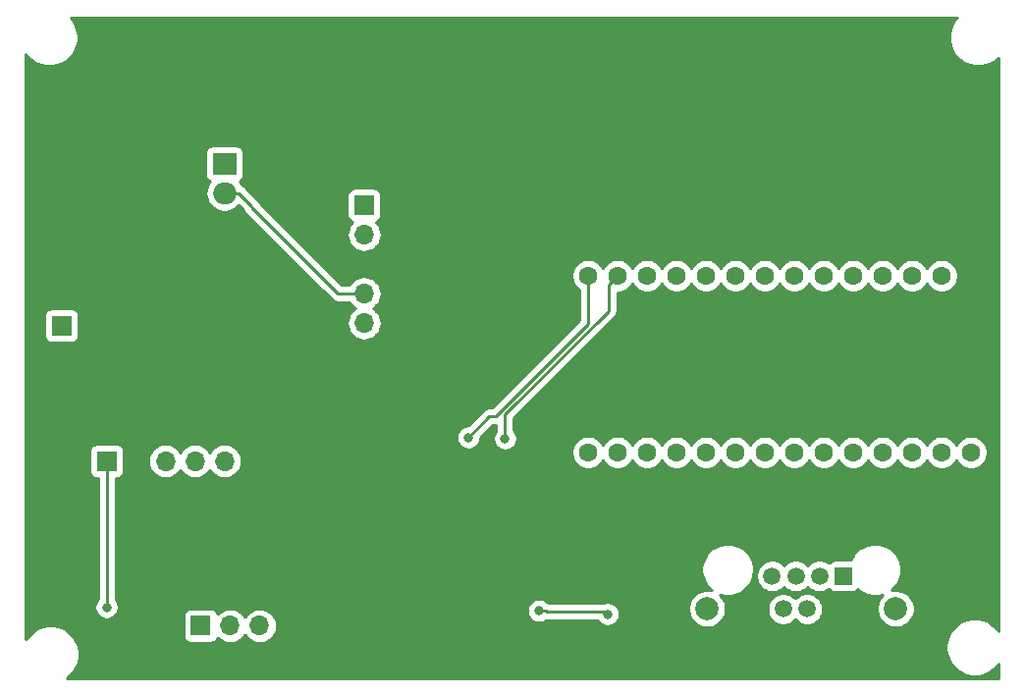
<source format=gbr>
G04 #@! TF.GenerationSoftware,KiCad,Pcbnew,(5.1.4-0-10_14)*
G04 #@! TF.CreationDate,2020-04-29T08:22:51-04:00*
G04 #@! TF.ProjectId,load_cell,6c6f6164-5f63-4656-9c6c-2e6b69636164,rev?*
G04 #@! TF.SameCoordinates,Original*
G04 #@! TF.FileFunction,Copper,L2,Bot*
G04 #@! TF.FilePolarity,Positive*
%FSLAX46Y46*%
G04 Gerber Fmt 4.6, Leading zero omitted, Abs format (unit mm)*
G04 Created by KiCad (PCBNEW (5.1.4-0-10_14)) date 2020-04-29 08:22:51*
%MOMM*%
%LPD*%
G04 APERTURE LIST*
%ADD10C,2.000000*%
%ADD11C,1.500000*%
%ADD12R,1.500000X1.500000*%
%ADD13R,1.600000X1.600000*%
%ADD14C,1.600000*%
%ADD15O,1.700000X1.700000*%
%ADD16R,1.700000X1.700000*%
%ADD17O,2.000000X1.905000*%
%ADD18R,2.000000X1.905000*%
%ADD19C,0.800000*%
%ADD20C,0.250000*%
%ADD21C,0.254000*%
G04 APERTURE END LIST*
D10*
X141320000Y-116679200D03*
X157580000Y-116679200D03*
D11*
X145862000Y-116701600D03*
X147902000Y-116701600D03*
X149942000Y-116701600D03*
X151982000Y-116701600D03*
X146932800Y-113858800D03*
X148972800Y-113858800D03*
X151012800Y-113858800D03*
D12*
X153052800Y-113858800D03*
D13*
X164090000Y-87950000D03*
D14*
X161550000Y-87950000D03*
X159010000Y-87950000D03*
X156470000Y-87950000D03*
X153930000Y-87950000D03*
X151390000Y-87950000D03*
X148850000Y-87950000D03*
X146310000Y-87950000D03*
X143770000Y-87950000D03*
X141230000Y-87950000D03*
X138690000Y-87950000D03*
X136150000Y-87950000D03*
X133610000Y-87950000D03*
X164090000Y-103190000D03*
X161550000Y-103190000D03*
X159010000Y-103190000D03*
X156470000Y-103190000D03*
X153930000Y-103190000D03*
X151390000Y-103190000D03*
X148850000Y-103190000D03*
X146310000Y-103190000D03*
X143770000Y-103190000D03*
X141230000Y-103190000D03*
X138690000Y-103190000D03*
X136150000Y-103190000D03*
X133610000Y-103190000D03*
X131070000Y-87950000D03*
X131070000Y-103190000D03*
D15*
X102730000Y-118150000D03*
X100190000Y-118150000D03*
D16*
X97650000Y-118150000D03*
D17*
X99700000Y-83380000D03*
X99700000Y-80840000D03*
D18*
X99700000Y-78300000D03*
D15*
X85650000Y-94790000D03*
D16*
X85650000Y-92250000D03*
D15*
X111750000Y-92030000D03*
X111750000Y-89490000D03*
X111750000Y-86950000D03*
X111750000Y-84410000D03*
D16*
X111750000Y-81870000D03*
D15*
X99710000Y-103950000D03*
X97170000Y-103950000D03*
X94630000Y-103950000D03*
X92090000Y-103950000D03*
D16*
X89550000Y-103950000D03*
D19*
X159900000Y-79550000D03*
X136500000Y-78100000D03*
X130150000Y-121150000D03*
X94950000Y-73800000D03*
X93500000Y-114500000D03*
X104250000Y-114600000D03*
X126850000Y-116850000D03*
X132750000Y-117150000D03*
X123900000Y-102000000D03*
X120750000Y-101900000D03*
X89550000Y-116550000D03*
D20*
X127415685Y-116850000D02*
X127515685Y-116950000D01*
X126850000Y-116850000D02*
X127415685Y-116850000D01*
X132550000Y-116950000D02*
X132750000Y-117150000D01*
X127515685Y-116950000D02*
X132550000Y-116950000D01*
X89550000Y-116550000D02*
X89550000Y-103950000D01*
X100950000Y-80840000D02*
X102060000Y-81950000D01*
X99700000Y-80840000D02*
X100950000Y-80840000D01*
X102060000Y-81950000D02*
X102060000Y-82060000D01*
X109490000Y-89490000D02*
X111750000Y-89490000D01*
X102060000Y-82060000D02*
X109490000Y-89490000D01*
X131070000Y-87950000D02*
X131070000Y-92093590D01*
X131070000Y-92093590D02*
X123063590Y-100100000D01*
X122550000Y-100100000D02*
X120750000Y-101900000D01*
X123063590Y-100100000D02*
X122550000Y-100100000D01*
X132810001Y-88749999D02*
X132810001Y-90989999D01*
X133610000Y-87950000D02*
X132810001Y-88749999D01*
X123900000Y-99900000D02*
X123900000Y-102000000D01*
X132810001Y-90989999D02*
X123900000Y-99900000D01*
D21*
G36*
X162769774Y-65815905D02*
G01*
X162497821Y-66222911D01*
X162310497Y-66675152D01*
X162215000Y-67155249D01*
X162215000Y-67644751D01*
X162310497Y-68124848D01*
X162497821Y-68577089D01*
X162769774Y-68984095D01*
X163115905Y-69330226D01*
X163522911Y-69602179D01*
X163975152Y-69789503D01*
X164455249Y-69885000D01*
X164944751Y-69885000D01*
X165424848Y-69789503D01*
X165877089Y-69602179D01*
X166284095Y-69330226D01*
X166445402Y-69168919D01*
X166445401Y-118588277D01*
X166330226Y-118415905D01*
X165984095Y-118069774D01*
X165577089Y-117797821D01*
X165124848Y-117610497D01*
X164644751Y-117515000D01*
X164155249Y-117515000D01*
X163675152Y-117610497D01*
X163222911Y-117797821D01*
X162815905Y-118069774D01*
X162469774Y-118415905D01*
X162197821Y-118822911D01*
X162010497Y-119275152D01*
X161915000Y-119755249D01*
X161915000Y-120244751D01*
X162010497Y-120724848D01*
X162197821Y-121177089D01*
X162469774Y-121584095D01*
X162815905Y-121930226D01*
X163222911Y-122202179D01*
X163675152Y-122389503D01*
X164155249Y-122485000D01*
X164644751Y-122485000D01*
X165124848Y-122389503D01*
X165577089Y-122202179D01*
X165984095Y-121930226D01*
X166330226Y-121584095D01*
X166445401Y-121411724D01*
X166445401Y-122647993D01*
X86107844Y-122647993D01*
X86284095Y-122530226D01*
X86630226Y-122184095D01*
X86902179Y-121777089D01*
X87089503Y-121324848D01*
X87185000Y-120844751D01*
X87185000Y-120355249D01*
X87089503Y-119875152D01*
X86902179Y-119422911D01*
X86630226Y-119015905D01*
X86284095Y-118669774D01*
X85877089Y-118397821D01*
X85424848Y-118210497D01*
X84944751Y-118115000D01*
X84455249Y-118115000D01*
X83975152Y-118210497D01*
X83522911Y-118397821D01*
X83115905Y-118669774D01*
X82769774Y-119015905D01*
X82578401Y-119302315D01*
X82578401Y-103100000D01*
X88061928Y-103100000D01*
X88061928Y-104800000D01*
X88074188Y-104924482D01*
X88110498Y-105044180D01*
X88169463Y-105154494D01*
X88248815Y-105251185D01*
X88345506Y-105330537D01*
X88455820Y-105389502D01*
X88575518Y-105425812D01*
X88700000Y-105438072D01*
X88790001Y-105438072D01*
X88790000Y-115846289D01*
X88746063Y-115890226D01*
X88632795Y-116059744D01*
X88554774Y-116248102D01*
X88515000Y-116448061D01*
X88515000Y-116651939D01*
X88554774Y-116851898D01*
X88632795Y-117040256D01*
X88746063Y-117209774D01*
X88890226Y-117353937D01*
X89059744Y-117467205D01*
X89248102Y-117545226D01*
X89448061Y-117585000D01*
X89651939Y-117585000D01*
X89851898Y-117545226D01*
X90040256Y-117467205D01*
X90209774Y-117353937D01*
X90263711Y-117300000D01*
X96161928Y-117300000D01*
X96161928Y-119000000D01*
X96174188Y-119124482D01*
X96210498Y-119244180D01*
X96269463Y-119354494D01*
X96348815Y-119451185D01*
X96445506Y-119530537D01*
X96555820Y-119589502D01*
X96675518Y-119625812D01*
X96800000Y-119638072D01*
X98500000Y-119638072D01*
X98624482Y-119625812D01*
X98744180Y-119589502D01*
X98854494Y-119530537D01*
X98951185Y-119451185D01*
X99030537Y-119354494D01*
X99089502Y-119244180D01*
X99110393Y-119175313D01*
X99134866Y-119205134D01*
X99360986Y-119390706D01*
X99618966Y-119528599D01*
X99898889Y-119613513D01*
X100117050Y-119635000D01*
X100262950Y-119635000D01*
X100481111Y-119613513D01*
X100761034Y-119528599D01*
X101019014Y-119390706D01*
X101245134Y-119205134D01*
X101430706Y-118979014D01*
X101460000Y-118924209D01*
X101489294Y-118979014D01*
X101674866Y-119205134D01*
X101900986Y-119390706D01*
X102158966Y-119528599D01*
X102438889Y-119613513D01*
X102657050Y-119635000D01*
X102802950Y-119635000D01*
X103021111Y-119613513D01*
X103301034Y-119528599D01*
X103559014Y-119390706D01*
X103785134Y-119205134D01*
X103970706Y-118979014D01*
X104108599Y-118721034D01*
X104193513Y-118441111D01*
X104222185Y-118150000D01*
X104193513Y-117858889D01*
X104108599Y-117578966D01*
X103970706Y-117320986D01*
X103785134Y-117094866D01*
X103559014Y-116909294D01*
X103301034Y-116771401D01*
X103224093Y-116748061D01*
X125815000Y-116748061D01*
X125815000Y-116951939D01*
X125854774Y-117151898D01*
X125932795Y-117340256D01*
X126046063Y-117509774D01*
X126190226Y-117653937D01*
X126359744Y-117767205D01*
X126548102Y-117845226D01*
X126748061Y-117885000D01*
X126951939Y-117885000D01*
X127151898Y-117845226D01*
X127340256Y-117767205D01*
X127432612Y-117705495D01*
X127478352Y-117710000D01*
X127478362Y-117710000D01*
X127515684Y-117713676D01*
X127553007Y-117710000D01*
X131879396Y-117710000D01*
X131946063Y-117809774D01*
X132090226Y-117953937D01*
X132259744Y-118067205D01*
X132448102Y-118145226D01*
X132648061Y-118185000D01*
X132851939Y-118185000D01*
X133051898Y-118145226D01*
X133240256Y-118067205D01*
X133409774Y-117953937D01*
X133553937Y-117809774D01*
X133667205Y-117640256D01*
X133745226Y-117451898D01*
X133785000Y-117251939D01*
X133785000Y-117048061D01*
X133745226Y-116848102D01*
X133667205Y-116659744D01*
X133572607Y-116518167D01*
X139685000Y-116518167D01*
X139685000Y-116840233D01*
X139747832Y-117156112D01*
X139871082Y-117453663D01*
X140050013Y-117721452D01*
X140277748Y-117949187D01*
X140545537Y-118128118D01*
X140843088Y-118251368D01*
X141158967Y-118314200D01*
X141481033Y-118314200D01*
X141796912Y-118251368D01*
X142094463Y-118128118D01*
X142362252Y-117949187D01*
X142589987Y-117721452D01*
X142768918Y-117453663D01*
X142892168Y-117156112D01*
X142955000Y-116840233D01*
X142955000Y-116565189D01*
X146517000Y-116565189D01*
X146517000Y-116838011D01*
X146570225Y-117105589D01*
X146674629Y-117357643D01*
X146826201Y-117584486D01*
X147019114Y-117777399D01*
X147245957Y-117928971D01*
X147498011Y-118033375D01*
X147765589Y-118086600D01*
X148038411Y-118086600D01*
X148305989Y-118033375D01*
X148558043Y-117928971D01*
X148784886Y-117777399D01*
X148922000Y-117640285D01*
X149059114Y-117777399D01*
X149285957Y-117928971D01*
X149538011Y-118033375D01*
X149805589Y-118086600D01*
X150078411Y-118086600D01*
X150345989Y-118033375D01*
X150598043Y-117928971D01*
X150824886Y-117777399D01*
X151017799Y-117584486D01*
X151169371Y-117357643D01*
X151273775Y-117105589D01*
X151327000Y-116838011D01*
X151327000Y-116565189D01*
X151273775Y-116297611D01*
X151169371Y-116045557D01*
X151017799Y-115818714D01*
X150824886Y-115625801D01*
X150598043Y-115474229D01*
X150345989Y-115369825D01*
X150078411Y-115316600D01*
X149805589Y-115316600D01*
X149538011Y-115369825D01*
X149285957Y-115474229D01*
X149059114Y-115625801D01*
X148922000Y-115762915D01*
X148784886Y-115625801D01*
X148558043Y-115474229D01*
X148305989Y-115369825D01*
X148038411Y-115316600D01*
X147765589Y-115316600D01*
X147498011Y-115369825D01*
X147245957Y-115474229D01*
X147019114Y-115625801D01*
X146826201Y-115818714D01*
X146674629Y-116045557D01*
X146570225Y-116297611D01*
X146517000Y-116565189D01*
X142955000Y-116565189D01*
X142955000Y-116518167D01*
X142892168Y-116202288D01*
X142768918Y-115904737D01*
X142589987Y-115636948D01*
X142415868Y-115462829D01*
X142440782Y-115473149D01*
X142877409Y-115560000D01*
X143322591Y-115560000D01*
X143759218Y-115473149D01*
X144170511Y-115302786D01*
X144540666Y-115055456D01*
X144855456Y-114740666D01*
X145102786Y-114370511D01*
X145273149Y-113959218D01*
X145320257Y-113722389D01*
X145547800Y-113722389D01*
X145547800Y-113995211D01*
X145601025Y-114262789D01*
X145705429Y-114514843D01*
X145857001Y-114741686D01*
X146049914Y-114934599D01*
X146276757Y-115086171D01*
X146528811Y-115190575D01*
X146796389Y-115243800D01*
X147069211Y-115243800D01*
X147336789Y-115190575D01*
X147588843Y-115086171D01*
X147815686Y-114934599D01*
X147952800Y-114797485D01*
X148089914Y-114934599D01*
X148316757Y-115086171D01*
X148568811Y-115190575D01*
X148836389Y-115243800D01*
X149109211Y-115243800D01*
X149376789Y-115190575D01*
X149628843Y-115086171D01*
X149855686Y-114934599D01*
X149992800Y-114797485D01*
X150129914Y-114934599D01*
X150356757Y-115086171D01*
X150608811Y-115190575D01*
X150876389Y-115243800D01*
X151149211Y-115243800D01*
X151416789Y-115190575D01*
X151668843Y-115086171D01*
X151800765Y-114998024D01*
X151851615Y-115059985D01*
X151948306Y-115139337D01*
X152058620Y-115198302D01*
X152178318Y-115234612D01*
X152302800Y-115246872D01*
X153802800Y-115246872D01*
X153927282Y-115234612D01*
X154046980Y-115198302D01*
X154157294Y-115139337D01*
X154253985Y-115059985D01*
X154303513Y-114999635D01*
X154359334Y-115055456D01*
X154729489Y-115302786D01*
X155140782Y-115473149D01*
X155577409Y-115560000D01*
X156022591Y-115560000D01*
X156459218Y-115473149D01*
X156484132Y-115462829D01*
X156310013Y-115636948D01*
X156131082Y-115904737D01*
X156007832Y-116202288D01*
X155945000Y-116518167D01*
X155945000Y-116840233D01*
X156007832Y-117156112D01*
X156131082Y-117453663D01*
X156310013Y-117721452D01*
X156537748Y-117949187D01*
X156805537Y-118128118D01*
X157103088Y-118251368D01*
X157418967Y-118314200D01*
X157741033Y-118314200D01*
X158056912Y-118251368D01*
X158354463Y-118128118D01*
X158622252Y-117949187D01*
X158849987Y-117721452D01*
X159028918Y-117453663D01*
X159152168Y-117156112D01*
X159215000Y-116840233D01*
X159215000Y-116518167D01*
X159152168Y-116202288D01*
X159028918Y-115904737D01*
X158849987Y-115636948D01*
X158622252Y-115409213D01*
X158354463Y-115230282D01*
X158056912Y-115107032D01*
X157741033Y-115044200D01*
X157418967Y-115044200D01*
X157189075Y-115089928D01*
X157240666Y-115055456D01*
X157555456Y-114740666D01*
X157802786Y-114370511D01*
X157973149Y-113959218D01*
X158060000Y-113522591D01*
X158060000Y-113077409D01*
X157973149Y-112640782D01*
X157802786Y-112229489D01*
X157555456Y-111859334D01*
X157240666Y-111544544D01*
X156870511Y-111297214D01*
X156459218Y-111126851D01*
X156022591Y-111040000D01*
X155577409Y-111040000D01*
X155140782Y-111126851D01*
X154729489Y-111297214D01*
X154359334Y-111544544D01*
X154044544Y-111859334D01*
X153797214Y-112229489D01*
X153697290Y-112470728D01*
X152302800Y-112470728D01*
X152178318Y-112482988D01*
X152058620Y-112519298D01*
X151948306Y-112578263D01*
X151851615Y-112657615D01*
X151800765Y-112719576D01*
X151668843Y-112631429D01*
X151416789Y-112527025D01*
X151149211Y-112473800D01*
X150876389Y-112473800D01*
X150608811Y-112527025D01*
X150356757Y-112631429D01*
X150129914Y-112783001D01*
X149992800Y-112920115D01*
X149855686Y-112783001D01*
X149628843Y-112631429D01*
X149376789Y-112527025D01*
X149109211Y-112473800D01*
X148836389Y-112473800D01*
X148568811Y-112527025D01*
X148316757Y-112631429D01*
X148089914Y-112783001D01*
X147952800Y-112920115D01*
X147815686Y-112783001D01*
X147588843Y-112631429D01*
X147336789Y-112527025D01*
X147069211Y-112473800D01*
X146796389Y-112473800D01*
X146528811Y-112527025D01*
X146276757Y-112631429D01*
X146049914Y-112783001D01*
X145857001Y-112975914D01*
X145705429Y-113202757D01*
X145601025Y-113454811D01*
X145547800Y-113722389D01*
X145320257Y-113722389D01*
X145360000Y-113522591D01*
X145360000Y-113077409D01*
X145273149Y-112640782D01*
X145102786Y-112229489D01*
X144855456Y-111859334D01*
X144540666Y-111544544D01*
X144170511Y-111297214D01*
X143759218Y-111126851D01*
X143322591Y-111040000D01*
X142877409Y-111040000D01*
X142440782Y-111126851D01*
X142029489Y-111297214D01*
X141659334Y-111544544D01*
X141344544Y-111859334D01*
X141097214Y-112229489D01*
X140926851Y-112640782D01*
X140840000Y-113077409D01*
X140840000Y-113522591D01*
X140926851Y-113959218D01*
X141097214Y-114370511D01*
X141344544Y-114740666D01*
X141659334Y-115055456D01*
X141710925Y-115089928D01*
X141481033Y-115044200D01*
X141158967Y-115044200D01*
X140843088Y-115107032D01*
X140545537Y-115230282D01*
X140277748Y-115409213D01*
X140050013Y-115636948D01*
X139871082Y-115904737D01*
X139747832Y-116202288D01*
X139685000Y-116518167D01*
X133572607Y-116518167D01*
X133553937Y-116490226D01*
X133409774Y-116346063D01*
X133240256Y-116232795D01*
X133051898Y-116154774D01*
X132851939Y-116115000D01*
X132648061Y-116115000D01*
X132448102Y-116154774D01*
X132363060Y-116190000D01*
X127793141Y-116190000D01*
X127707932Y-116144454D01*
X127564724Y-116101013D01*
X127509774Y-116046063D01*
X127340256Y-115932795D01*
X127151898Y-115854774D01*
X126951939Y-115815000D01*
X126748061Y-115815000D01*
X126548102Y-115854774D01*
X126359744Y-115932795D01*
X126190226Y-116046063D01*
X126046063Y-116190226D01*
X125932795Y-116359744D01*
X125854774Y-116548102D01*
X125815000Y-116748061D01*
X103224093Y-116748061D01*
X103021111Y-116686487D01*
X102802950Y-116665000D01*
X102657050Y-116665000D01*
X102438889Y-116686487D01*
X102158966Y-116771401D01*
X101900986Y-116909294D01*
X101674866Y-117094866D01*
X101489294Y-117320986D01*
X101460000Y-117375791D01*
X101430706Y-117320986D01*
X101245134Y-117094866D01*
X101019014Y-116909294D01*
X100761034Y-116771401D01*
X100481111Y-116686487D01*
X100262950Y-116665000D01*
X100117050Y-116665000D01*
X99898889Y-116686487D01*
X99618966Y-116771401D01*
X99360986Y-116909294D01*
X99134866Y-117094866D01*
X99110393Y-117124687D01*
X99089502Y-117055820D01*
X99030537Y-116945506D01*
X98951185Y-116848815D01*
X98854494Y-116769463D01*
X98744180Y-116710498D01*
X98624482Y-116674188D01*
X98500000Y-116661928D01*
X96800000Y-116661928D01*
X96675518Y-116674188D01*
X96555820Y-116710498D01*
X96445506Y-116769463D01*
X96348815Y-116848815D01*
X96269463Y-116945506D01*
X96210498Y-117055820D01*
X96174188Y-117175518D01*
X96161928Y-117300000D01*
X90263711Y-117300000D01*
X90353937Y-117209774D01*
X90467205Y-117040256D01*
X90545226Y-116851898D01*
X90585000Y-116651939D01*
X90585000Y-116448061D01*
X90545226Y-116248102D01*
X90467205Y-116059744D01*
X90353937Y-115890226D01*
X90310000Y-115846289D01*
X90310000Y-105438072D01*
X90400000Y-105438072D01*
X90524482Y-105425812D01*
X90644180Y-105389502D01*
X90754494Y-105330537D01*
X90851185Y-105251185D01*
X90930537Y-105154494D01*
X90989502Y-105044180D01*
X91025812Y-104924482D01*
X91038072Y-104800000D01*
X91038072Y-103950000D01*
X93137815Y-103950000D01*
X93166487Y-104241111D01*
X93251401Y-104521034D01*
X93389294Y-104779014D01*
X93574866Y-105005134D01*
X93800986Y-105190706D01*
X94058966Y-105328599D01*
X94338889Y-105413513D01*
X94557050Y-105435000D01*
X94702950Y-105435000D01*
X94921111Y-105413513D01*
X95201034Y-105328599D01*
X95459014Y-105190706D01*
X95685134Y-105005134D01*
X95870706Y-104779014D01*
X95900000Y-104724209D01*
X95929294Y-104779014D01*
X96114866Y-105005134D01*
X96340986Y-105190706D01*
X96598966Y-105328599D01*
X96878889Y-105413513D01*
X97097050Y-105435000D01*
X97242950Y-105435000D01*
X97461111Y-105413513D01*
X97741034Y-105328599D01*
X97999014Y-105190706D01*
X98225134Y-105005134D01*
X98410706Y-104779014D01*
X98440000Y-104724209D01*
X98469294Y-104779014D01*
X98654866Y-105005134D01*
X98880986Y-105190706D01*
X99138966Y-105328599D01*
X99418889Y-105413513D01*
X99637050Y-105435000D01*
X99782950Y-105435000D01*
X100001111Y-105413513D01*
X100281034Y-105328599D01*
X100539014Y-105190706D01*
X100765134Y-105005134D01*
X100950706Y-104779014D01*
X101088599Y-104521034D01*
X101173513Y-104241111D01*
X101202185Y-103950000D01*
X101173513Y-103658889D01*
X101088599Y-103378966D01*
X100950706Y-103120986D01*
X100891354Y-103048665D01*
X129635000Y-103048665D01*
X129635000Y-103331335D01*
X129690147Y-103608574D01*
X129798320Y-103869727D01*
X129955363Y-104104759D01*
X130155241Y-104304637D01*
X130390273Y-104461680D01*
X130651426Y-104569853D01*
X130928665Y-104625000D01*
X131211335Y-104625000D01*
X131488574Y-104569853D01*
X131749727Y-104461680D01*
X131984759Y-104304637D01*
X132184637Y-104104759D01*
X132340000Y-103872241D01*
X132495363Y-104104759D01*
X132695241Y-104304637D01*
X132930273Y-104461680D01*
X133191426Y-104569853D01*
X133468665Y-104625000D01*
X133751335Y-104625000D01*
X134028574Y-104569853D01*
X134289727Y-104461680D01*
X134524759Y-104304637D01*
X134724637Y-104104759D01*
X134880000Y-103872241D01*
X135035363Y-104104759D01*
X135235241Y-104304637D01*
X135470273Y-104461680D01*
X135731426Y-104569853D01*
X136008665Y-104625000D01*
X136291335Y-104625000D01*
X136568574Y-104569853D01*
X136829727Y-104461680D01*
X137064759Y-104304637D01*
X137264637Y-104104759D01*
X137420000Y-103872241D01*
X137575363Y-104104759D01*
X137775241Y-104304637D01*
X138010273Y-104461680D01*
X138271426Y-104569853D01*
X138548665Y-104625000D01*
X138831335Y-104625000D01*
X139108574Y-104569853D01*
X139369727Y-104461680D01*
X139604759Y-104304637D01*
X139804637Y-104104759D01*
X139960000Y-103872241D01*
X140115363Y-104104759D01*
X140315241Y-104304637D01*
X140550273Y-104461680D01*
X140811426Y-104569853D01*
X141088665Y-104625000D01*
X141371335Y-104625000D01*
X141648574Y-104569853D01*
X141909727Y-104461680D01*
X142144759Y-104304637D01*
X142344637Y-104104759D01*
X142500000Y-103872241D01*
X142655363Y-104104759D01*
X142855241Y-104304637D01*
X143090273Y-104461680D01*
X143351426Y-104569853D01*
X143628665Y-104625000D01*
X143911335Y-104625000D01*
X144188574Y-104569853D01*
X144449727Y-104461680D01*
X144684759Y-104304637D01*
X144884637Y-104104759D01*
X145040000Y-103872241D01*
X145195363Y-104104759D01*
X145395241Y-104304637D01*
X145630273Y-104461680D01*
X145891426Y-104569853D01*
X146168665Y-104625000D01*
X146451335Y-104625000D01*
X146728574Y-104569853D01*
X146989727Y-104461680D01*
X147224759Y-104304637D01*
X147424637Y-104104759D01*
X147580000Y-103872241D01*
X147735363Y-104104759D01*
X147935241Y-104304637D01*
X148170273Y-104461680D01*
X148431426Y-104569853D01*
X148708665Y-104625000D01*
X148991335Y-104625000D01*
X149268574Y-104569853D01*
X149529727Y-104461680D01*
X149764759Y-104304637D01*
X149964637Y-104104759D01*
X150120000Y-103872241D01*
X150275363Y-104104759D01*
X150475241Y-104304637D01*
X150710273Y-104461680D01*
X150971426Y-104569853D01*
X151248665Y-104625000D01*
X151531335Y-104625000D01*
X151808574Y-104569853D01*
X152069727Y-104461680D01*
X152304759Y-104304637D01*
X152504637Y-104104759D01*
X152660000Y-103872241D01*
X152815363Y-104104759D01*
X153015241Y-104304637D01*
X153250273Y-104461680D01*
X153511426Y-104569853D01*
X153788665Y-104625000D01*
X154071335Y-104625000D01*
X154348574Y-104569853D01*
X154609727Y-104461680D01*
X154844759Y-104304637D01*
X155044637Y-104104759D01*
X155200000Y-103872241D01*
X155355363Y-104104759D01*
X155555241Y-104304637D01*
X155790273Y-104461680D01*
X156051426Y-104569853D01*
X156328665Y-104625000D01*
X156611335Y-104625000D01*
X156888574Y-104569853D01*
X157149727Y-104461680D01*
X157384759Y-104304637D01*
X157584637Y-104104759D01*
X157740000Y-103872241D01*
X157895363Y-104104759D01*
X158095241Y-104304637D01*
X158330273Y-104461680D01*
X158591426Y-104569853D01*
X158868665Y-104625000D01*
X159151335Y-104625000D01*
X159428574Y-104569853D01*
X159689727Y-104461680D01*
X159924759Y-104304637D01*
X160124637Y-104104759D01*
X160280000Y-103872241D01*
X160435363Y-104104759D01*
X160635241Y-104304637D01*
X160870273Y-104461680D01*
X161131426Y-104569853D01*
X161408665Y-104625000D01*
X161691335Y-104625000D01*
X161968574Y-104569853D01*
X162229727Y-104461680D01*
X162464759Y-104304637D01*
X162664637Y-104104759D01*
X162820000Y-103872241D01*
X162975363Y-104104759D01*
X163175241Y-104304637D01*
X163410273Y-104461680D01*
X163671426Y-104569853D01*
X163948665Y-104625000D01*
X164231335Y-104625000D01*
X164508574Y-104569853D01*
X164769727Y-104461680D01*
X165004759Y-104304637D01*
X165204637Y-104104759D01*
X165361680Y-103869727D01*
X165469853Y-103608574D01*
X165525000Y-103331335D01*
X165525000Y-103048665D01*
X165469853Y-102771426D01*
X165361680Y-102510273D01*
X165204637Y-102275241D01*
X165004759Y-102075363D01*
X164769727Y-101918320D01*
X164508574Y-101810147D01*
X164231335Y-101755000D01*
X163948665Y-101755000D01*
X163671426Y-101810147D01*
X163410273Y-101918320D01*
X163175241Y-102075363D01*
X162975363Y-102275241D01*
X162820000Y-102507759D01*
X162664637Y-102275241D01*
X162464759Y-102075363D01*
X162229727Y-101918320D01*
X161968574Y-101810147D01*
X161691335Y-101755000D01*
X161408665Y-101755000D01*
X161131426Y-101810147D01*
X160870273Y-101918320D01*
X160635241Y-102075363D01*
X160435363Y-102275241D01*
X160280000Y-102507759D01*
X160124637Y-102275241D01*
X159924759Y-102075363D01*
X159689727Y-101918320D01*
X159428574Y-101810147D01*
X159151335Y-101755000D01*
X158868665Y-101755000D01*
X158591426Y-101810147D01*
X158330273Y-101918320D01*
X158095241Y-102075363D01*
X157895363Y-102275241D01*
X157740000Y-102507759D01*
X157584637Y-102275241D01*
X157384759Y-102075363D01*
X157149727Y-101918320D01*
X156888574Y-101810147D01*
X156611335Y-101755000D01*
X156328665Y-101755000D01*
X156051426Y-101810147D01*
X155790273Y-101918320D01*
X155555241Y-102075363D01*
X155355363Y-102275241D01*
X155200000Y-102507759D01*
X155044637Y-102275241D01*
X154844759Y-102075363D01*
X154609727Y-101918320D01*
X154348574Y-101810147D01*
X154071335Y-101755000D01*
X153788665Y-101755000D01*
X153511426Y-101810147D01*
X153250273Y-101918320D01*
X153015241Y-102075363D01*
X152815363Y-102275241D01*
X152660000Y-102507759D01*
X152504637Y-102275241D01*
X152304759Y-102075363D01*
X152069727Y-101918320D01*
X151808574Y-101810147D01*
X151531335Y-101755000D01*
X151248665Y-101755000D01*
X150971426Y-101810147D01*
X150710273Y-101918320D01*
X150475241Y-102075363D01*
X150275363Y-102275241D01*
X150120000Y-102507759D01*
X149964637Y-102275241D01*
X149764759Y-102075363D01*
X149529727Y-101918320D01*
X149268574Y-101810147D01*
X148991335Y-101755000D01*
X148708665Y-101755000D01*
X148431426Y-101810147D01*
X148170273Y-101918320D01*
X147935241Y-102075363D01*
X147735363Y-102275241D01*
X147580000Y-102507759D01*
X147424637Y-102275241D01*
X147224759Y-102075363D01*
X146989727Y-101918320D01*
X146728574Y-101810147D01*
X146451335Y-101755000D01*
X146168665Y-101755000D01*
X145891426Y-101810147D01*
X145630273Y-101918320D01*
X145395241Y-102075363D01*
X145195363Y-102275241D01*
X145040000Y-102507759D01*
X144884637Y-102275241D01*
X144684759Y-102075363D01*
X144449727Y-101918320D01*
X144188574Y-101810147D01*
X143911335Y-101755000D01*
X143628665Y-101755000D01*
X143351426Y-101810147D01*
X143090273Y-101918320D01*
X142855241Y-102075363D01*
X142655363Y-102275241D01*
X142500000Y-102507759D01*
X142344637Y-102275241D01*
X142144759Y-102075363D01*
X141909727Y-101918320D01*
X141648574Y-101810147D01*
X141371335Y-101755000D01*
X141088665Y-101755000D01*
X140811426Y-101810147D01*
X140550273Y-101918320D01*
X140315241Y-102075363D01*
X140115363Y-102275241D01*
X139960000Y-102507759D01*
X139804637Y-102275241D01*
X139604759Y-102075363D01*
X139369727Y-101918320D01*
X139108574Y-101810147D01*
X138831335Y-101755000D01*
X138548665Y-101755000D01*
X138271426Y-101810147D01*
X138010273Y-101918320D01*
X137775241Y-102075363D01*
X137575363Y-102275241D01*
X137420000Y-102507759D01*
X137264637Y-102275241D01*
X137064759Y-102075363D01*
X136829727Y-101918320D01*
X136568574Y-101810147D01*
X136291335Y-101755000D01*
X136008665Y-101755000D01*
X135731426Y-101810147D01*
X135470273Y-101918320D01*
X135235241Y-102075363D01*
X135035363Y-102275241D01*
X134880000Y-102507759D01*
X134724637Y-102275241D01*
X134524759Y-102075363D01*
X134289727Y-101918320D01*
X134028574Y-101810147D01*
X133751335Y-101755000D01*
X133468665Y-101755000D01*
X133191426Y-101810147D01*
X132930273Y-101918320D01*
X132695241Y-102075363D01*
X132495363Y-102275241D01*
X132340000Y-102507759D01*
X132184637Y-102275241D01*
X131984759Y-102075363D01*
X131749727Y-101918320D01*
X131488574Y-101810147D01*
X131211335Y-101755000D01*
X130928665Y-101755000D01*
X130651426Y-101810147D01*
X130390273Y-101918320D01*
X130155241Y-102075363D01*
X129955363Y-102275241D01*
X129798320Y-102510273D01*
X129690147Y-102771426D01*
X129635000Y-103048665D01*
X100891354Y-103048665D01*
X100765134Y-102894866D01*
X100539014Y-102709294D01*
X100281034Y-102571401D01*
X100001111Y-102486487D01*
X99782950Y-102465000D01*
X99637050Y-102465000D01*
X99418889Y-102486487D01*
X99138966Y-102571401D01*
X98880986Y-102709294D01*
X98654866Y-102894866D01*
X98469294Y-103120986D01*
X98440000Y-103175791D01*
X98410706Y-103120986D01*
X98225134Y-102894866D01*
X97999014Y-102709294D01*
X97741034Y-102571401D01*
X97461111Y-102486487D01*
X97242950Y-102465000D01*
X97097050Y-102465000D01*
X96878889Y-102486487D01*
X96598966Y-102571401D01*
X96340986Y-102709294D01*
X96114866Y-102894866D01*
X95929294Y-103120986D01*
X95900000Y-103175791D01*
X95870706Y-103120986D01*
X95685134Y-102894866D01*
X95459014Y-102709294D01*
X95201034Y-102571401D01*
X94921111Y-102486487D01*
X94702950Y-102465000D01*
X94557050Y-102465000D01*
X94338889Y-102486487D01*
X94058966Y-102571401D01*
X93800986Y-102709294D01*
X93574866Y-102894866D01*
X93389294Y-103120986D01*
X93251401Y-103378966D01*
X93166487Y-103658889D01*
X93137815Y-103950000D01*
X91038072Y-103950000D01*
X91038072Y-103100000D01*
X91025812Y-102975518D01*
X90989502Y-102855820D01*
X90930537Y-102745506D01*
X90851185Y-102648815D01*
X90754494Y-102569463D01*
X90644180Y-102510498D01*
X90524482Y-102474188D01*
X90400000Y-102461928D01*
X88700000Y-102461928D01*
X88575518Y-102474188D01*
X88455820Y-102510498D01*
X88345506Y-102569463D01*
X88248815Y-102648815D01*
X88169463Y-102745506D01*
X88110498Y-102855820D01*
X88074188Y-102975518D01*
X88061928Y-103100000D01*
X82578401Y-103100000D01*
X82578401Y-101798061D01*
X119715000Y-101798061D01*
X119715000Y-102001939D01*
X119754774Y-102201898D01*
X119832795Y-102390256D01*
X119946063Y-102559774D01*
X120090226Y-102703937D01*
X120259744Y-102817205D01*
X120448102Y-102895226D01*
X120648061Y-102935000D01*
X120851939Y-102935000D01*
X121051898Y-102895226D01*
X121240256Y-102817205D01*
X121409774Y-102703937D01*
X121553937Y-102559774D01*
X121667205Y-102390256D01*
X121745226Y-102201898D01*
X121785000Y-102001939D01*
X121785000Y-101939802D01*
X122864803Y-100860000D01*
X123026268Y-100860000D01*
X123063590Y-100863676D01*
X123100912Y-100860000D01*
X123100923Y-100860000D01*
X123140000Y-100856151D01*
X123140001Y-101296288D01*
X123096063Y-101340226D01*
X122982795Y-101509744D01*
X122904774Y-101698102D01*
X122865000Y-101898061D01*
X122865000Y-102101939D01*
X122904774Y-102301898D01*
X122982795Y-102490256D01*
X123096063Y-102659774D01*
X123240226Y-102803937D01*
X123409744Y-102917205D01*
X123598102Y-102995226D01*
X123798061Y-103035000D01*
X124001939Y-103035000D01*
X124201898Y-102995226D01*
X124390256Y-102917205D01*
X124559774Y-102803937D01*
X124703937Y-102659774D01*
X124817205Y-102490256D01*
X124895226Y-102301898D01*
X124935000Y-102101939D01*
X124935000Y-101898061D01*
X124895226Y-101698102D01*
X124817205Y-101509744D01*
X124703937Y-101340226D01*
X124660000Y-101296289D01*
X124660000Y-100214801D01*
X133321004Y-91553798D01*
X133350002Y-91530000D01*
X133444975Y-91414275D01*
X133515547Y-91282246D01*
X133559004Y-91138985D01*
X133570001Y-91027332D01*
X133570001Y-91027323D01*
X133573677Y-90990000D01*
X133570001Y-90952677D01*
X133570001Y-89385000D01*
X133751335Y-89385000D01*
X134028574Y-89329853D01*
X134289727Y-89221680D01*
X134524759Y-89064637D01*
X134724637Y-88864759D01*
X134880000Y-88632241D01*
X135035363Y-88864759D01*
X135235241Y-89064637D01*
X135470273Y-89221680D01*
X135731426Y-89329853D01*
X136008665Y-89385000D01*
X136291335Y-89385000D01*
X136568574Y-89329853D01*
X136829727Y-89221680D01*
X137064759Y-89064637D01*
X137264637Y-88864759D01*
X137420000Y-88632241D01*
X137575363Y-88864759D01*
X137775241Y-89064637D01*
X138010273Y-89221680D01*
X138271426Y-89329853D01*
X138548665Y-89385000D01*
X138831335Y-89385000D01*
X139108574Y-89329853D01*
X139369727Y-89221680D01*
X139604759Y-89064637D01*
X139804637Y-88864759D01*
X139960000Y-88632241D01*
X140115363Y-88864759D01*
X140315241Y-89064637D01*
X140550273Y-89221680D01*
X140811426Y-89329853D01*
X141088665Y-89385000D01*
X141371335Y-89385000D01*
X141648574Y-89329853D01*
X141909727Y-89221680D01*
X142144759Y-89064637D01*
X142344637Y-88864759D01*
X142500000Y-88632241D01*
X142655363Y-88864759D01*
X142855241Y-89064637D01*
X143090273Y-89221680D01*
X143351426Y-89329853D01*
X143628665Y-89385000D01*
X143911335Y-89385000D01*
X144188574Y-89329853D01*
X144449727Y-89221680D01*
X144684759Y-89064637D01*
X144884637Y-88864759D01*
X145040000Y-88632241D01*
X145195363Y-88864759D01*
X145395241Y-89064637D01*
X145630273Y-89221680D01*
X145891426Y-89329853D01*
X146168665Y-89385000D01*
X146451335Y-89385000D01*
X146728574Y-89329853D01*
X146989727Y-89221680D01*
X147224759Y-89064637D01*
X147424637Y-88864759D01*
X147580000Y-88632241D01*
X147735363Y-88864759D01*
X147935241Y-89064637D01*
X148170273Y-89221680D01*
X148431426Y-89329853D01*
X148708665Y-89385000D01*
X148991335Y-89385000D01*
X149268574Y-89329853D01*
X149529727Y-89221680D01*
X149764759Y-89064637D01*
X149964637Y-88864759D01*
X150120000Y-88632241D01*
X150275363Y-88864759D01*
X150475241Y-89064637D01*
X150710273Y-89221680D01*
X150971426Y-89329853D01*
X151248665Y-89385000D01*
X151531335Y-89385000D01*
X151808574Y-89329853D01*
X152069727Y-89221680D01*
X152304759Y-89064637D01*
X152504637Y-88864759D01*
X152660000Y-88632241D01*
X152815363Y-88864759D01*
X153015241Y-89064637D01*
X153250273Y-89221680D01*
X153511426Y-89329853D01*
X153788665Y-89385000D01*
X154071335Y-89385000D01*
X154348574Y-89329853D01*
X154609727Y-89221680D01*
X154844759Y-89064637D01*
X155044637Y-88864759D01*
X155200000Y-88632241D01*
X155355363Y-88864759D01*
X155555241Y-89064637D01*
X155790273Y-89221680D01*
X156051426Y-89329853D01*
X156328665Y-89385000D01*
X156611335Y-89385000D01*
X156888574Y-89329853D01*
X157149727Y-89221680D01*
X157384759Y-89064637D01*
X157584637Y-88864759D01*
X157740000Y-88632241D01*
X157895363Y-88864759D01*
X158095241Y-89064637D01*
X158330273Y-89221680D01*
X158591426Y-89329853D01*
X158868665Y-89385000D01*
X159151335Y-89385000D01*
X159428574Y-89329853D01*
X159689727Y-89221680D01*
X159924759Y-89064637D01*
X160124637Y-88864759D01*
X160280000Y-88632241D01*
X160435363Y-88864759D01*
X160635241Y-89064637D01*
X160870273Y-89221680D01*
X161131426Y-89329853D01*
X161408665Y-89385000D01*
X161691335Y-89385000D01*
X161968574Y-89329853D01*
X162229727Y-89221680D01*
X162464759Y-89064637D01*
X162664637Y-88864759D01*
X162821680Y-88629727D01*
X162929853Y-88368574D01*
X162985000Y-88091335D01*
X162985000Y-87808665D01*
X162929853Y-87531426D01*
X162821680Y-87270273D01*
X162664637Y-87035241D01*
X162464759Y-86835363D01*
X162229727Y-86678320D01*
X161968574Y-86570147D01*
X161691335Y-86515000D01*
X161408665Y-86515000D01*
X161131426Y-86570147D01*
X160870273Y-86678320D01*
X160635241Y-86835363D01*
X160435363Y-87035241D01*
X160280000Y-87267759D01*
X160124637Y-87035241D01*
X159924759Y-86835363D01*
X159689727Y-86678320D01*
X159428574Y-86570147D01*
X159151335Y-86515000D01*
X158868665Y-86515000D01*
X158591426Y-86570147D01*
X158330273Y-86678320D01*
X158095241Y-86835363D01*
X157895363Y-87035241D01*
X157740000Y-87267759D01*
X157584637Y-87035241D01*
X157384759Y-86835363D01*
X157149727Y-86678320D01*
X156888574Y-86570147D01*
X156611335Y-86515000D01*
X156328665Y-86515000D01*
X156051426Y-86570147D01*
X155790273Y-86678320D01*
X155555241Y-86835363D01*
X155355363Y-87035241D01*
X155200000Y-87267759D01*
X155044637Y-87035241D01*
X154844759Y-86835363D01*
X154609727Y-86678320D01*
X154348574Y-86570147D01*
X154071335Y-86515000D01*
X153788665Y-86515000D01*
X153511426Y-86570147D01*
X153250273Y-86678320D01*
X153015241Y-86835363D01*
X152815363Y-87035241D01*
X152660000Y-87267759D01*
X152504637Y-87035241D01*
X152304759Y-86835363D01*
X152069727Y-86678320D01*
X151808574Y-86570147D01*
X151531335Y-86515000D01*
X151248665Y-86515000D01*
X150971426Y-86570147D01*
X150710273Y-86678320D01*
X150475241Y-86835363D01*
X150275363Y-87035241D01*
X150120000Y-87267759D01*
X149964637Y-87035241D01*
X149764759Y-86835363D01*
X149529727Y-86678320D01*
X149268574Y-86570147D01*
X148991335Y-86515000D01*
X148708665Y-86515000D01*
X148431426Y-86570147D01*
X148170273Y-86678320D01*
X147935241Y-86835363D01*
X147735363Y-87035241D01*
X147580000Y-87267759D01*
X147424637Y-87035241D01*
X147224759Y-86835363D01*
X146989727Y-86678320D01*
X146728574Y-86570147D01*
X146451335Y-86515000D01*
X146168665Y-86515000D01*
X145891426Y-86570147D01*
X145630273Y-86678320D01*
X145395241Y-86835363D01*
X145195363Y-87035241D01*
X145040000Y-87267759D01*
X144884637Y-87035241D01*
X144684759Y-86835363D01*
X144449727Y-86678320D01*
X144188574Y-86570147D01*
X143911335Y-86515000D01*
X143628665Y-86515000D01*
X143351426Y-86570147D01*
X143090273Y-86678320D01*
X142855241Y-86835363D01*
X142655363Y-87035241D01*
X142500000Y-87267759D01*
X142344637Y-87035241D01*
X142144759Y-86835363D01*
X141909727Y-86678320D01*
X141648574Y-86570147D01*
X141371335Y-86515000D01*
X141088665Y-86515000D01*
X140811426Y-86570147D01*
X140550273Y-86678320D01*
X140315241Y-86835363D01*
X140115363Y-87035241D01*
X139960000Y-87267759D01*
X139804637Y-87035241D01*
X139604759Y-86835363D01*
X139369727Y-86678320D01*
X139108574Y-86570147D01*
X138831335Y-86515000D01*
X138548665Y-86515000D01*
X138271426Y-86570147D01*
X138010273Y-86678320D01*
X137775241Y-86835363D01*
X137575363Y-87035241D01*
X137420000Y-87267759D01*
X137264637Y-87035241D01*
X137064759Y-86835363D01*
X136829727Y-86678320D01*
X136568574Y-86570147D01*
X136291335Y-86515000D01*
X136008665Y-86515000D01*
X135731426Y-86570147D01*
X135470273Y-86678320D01*
X135235241Y-86835363D01*
X135035363Y-87035241D01*
X134880000Y-87267759D01*
X134724637Y-87035241D01*
X134524759Y-86835363D01*
X134289727Y-86678320D01*
X134028574Y-86570147D01*
X133751335Y-86515000D01*
X133468665Y-86515000D01*
X133191426Y-86570147D01*
X132930273Y-86678320D01*
X132695241Y-86835363D01*
X132495363Y-87035241D01*
X132340000Y-87267759D01*
X132184637Y-87035241D01*
X131984759Y-86835363D01*
X131749727Y-86678320D01*
X131488574Y-86570147D01*
X131211335Y-86515000D01*
X130928665Y-86515000D01*
X130651426Y-86570147D01*
X130390273Y-86678320D01*
X130155241Y-86835363D01*
X129955363Y-87035241D01*
X129798320Y-87270273D01*
X129690147Y-87531426D01*
X129635000Y-87808665D01*
X129635000Y-88091335D01*
X129690147Y-88368574D01*
X129798320Y-88629727D01*
X129955363Y-88864759D01*
X130155241Y-89064637D01*
X130310000Y-89168044D01*
X130310001Y-91778787D01*
X122748789Y-99340000D01*
X122587322Y-99340000D01*
X122549999Y-99336324D01*
X122512676Y-99340000D01*
X122512667Y-99340000D01*
X122401014Y-99350997D01*
X122257753Y-99394454D01*
X122125724Y-99465026D01*
X122125722Y-99465027D01*
X122125723Y-99465027D01*
X122038996Y-99536201D01*
X122038992Y-99536205D01*
X122009999Y-99559999D01*
X121986205Y-99588992D01*
X120710198Y-100865000D01*
X120648061Y-100865000D01*
X120448102Y-100904774D01*
X120259744Y-100982795D01*
X120090226Y-101096063D01*
X119946063Y-101240226D01*
X119832795Y-101409744D01*
X119754774Y-101598102D01*
X119715000Y-101798061D01*
X82578401Y-101798061D01*
X82578401Y-91400000D01*
X84161928Y-91400000D01*
X84161928Y-93100000D01*
X84174188Y-93224482D01*
X84210498Y-93344180D01*
X84269463Y-93454494D01*
X84348815Y-93551185D01*
X84445506Y-93630537D01*
X84555820Y-93689502D01*
X84675518Y-93725812D01*
X84800000Y-93738072D01*
X86500000Y-93738072D01*
X86624482Y-93725812D01*
X86744180Y-93689502D01*
X86854494Y-93630537D01*
X86951185Y-93551185D01*
X87030537Y-93454494D01*
X87089502Y-93344180D01*
X87125812Y-93224482D01*
X87138072Y-93100000D01*
X87138072Y-91400000D01*
X87125812Y-91275518D01*
X87089502Y-91155820D01*
X87030537Y-91045506D01*
X86951185Y-90948815D01*
X86854494Y-90869463D01*
X86744180Y-90810498D01*
X86624482Y-90774188D01*
X86500000Y-90761928D01*
X84800000Y-90761928D01*
X84675518Y-90774188D01*
X84555820Y-90810498D01*
X84445506Y-90869463D01*
X84348815Y-90948815D01*
X84269463Y-91045506D01*
X84210498Y-91155820D01*
X84174188Y-91275518D01*
X84161928Y-91400000D01*
X82578401Y-91400000D01*
X82578401Y-80840000D01*
X98057319Y-80840000D01*
X98087970Y-81151204D01*
X98178745Y-81450449D01*
X98326155Y-81726235D01*
X98524537Y-81967963D01*
X98766265Y-82166345D01*
X99042051Y-82313755D01*
X99341296Y-82404530D01*
X99574514Y-82427500D01*
X99825486Y-82427500D01*
X100058704Y-82404530D01*
X100357949Y-82313755D01*
X100633735Y-82166345D01*
X100875463Y-81967963D01*
X100933024Y-81897825D01*
X101340089Y-82304891D01*
X101354454Y-82352247D01*
X101425026Y-82484276D01*
X101519999Y-82600001D01*
X101549002Y-82623803D01*
X108926201Y-90001003D01*
X108949999Y-90030001D01*
X109065724Y-90124974D01*
X109197753Y-90195546D01*
X109341014Y-90239003D01*
X109452667Y-90250000D01*
X109452675Y-90250000D01*
X109490000Y-90253676D01*
X109527325Y-90250000D01*
X110472405Y-90250000D01*
X110509294Y-90319014D01*
X110694866Y-90545134D01*
X110920986Y-90730706D01*
X110975791Y-90760000D01*
X110920986Y-90789294D01*
X110694866Y-90974866D01*
X110509294Y-91200986D01*
X110371401Y-91458966D01*
X110286487Y-91738889D01*
X110257815Y-92030000D01*
X110286487Y-92321111D01*
X110371401Y-92601034D01*
X110509294Y-92859014D01*
X110694866Y-93085134D01*
X110920986Y-93270706D01*
X111178966Y-93408599D01*
X111458889Y-93493513D01*
X111677050Y-93515000D01*
X111822950Y-93515000D01*
X112041111Y-93493513D01*
X112321034Y-93408599D01*
X112579014Y-93270706D01*
X112805134Y-93085134D01*
X112990706Y-92859014D01*
X113128599Y-92601034D01*
X113213513Y-92321111D01*
X113242185Y-92030000D01*
X113213513Y-91738889D01*
X113128599Y-91458966D01*
X112990706Y-91200986D01*
X112805134Y-90974866D01*
X112579014Y-90789294D01*
X112524209Y-90760000D01*
X112579014Y-90730706D01*
X112805134Y-90545134D01*
X112990706Y-90319014D01*
X113128599Y-90061034D01*
X113213513Y-89781111D01*
X113242185Y-89490000D01*
X113213513Y-89198889D01*
X113128599Y-88918966D01*
X112990706Y-88660986D01*
X112805134Y-88434866D01*
X112579014Y-88249294D01*
X112321034Y-88111401D01*
X112041111Y-88026487D01*
X111822950Y-88005000D01*
X111677050Y-88005000D01*
X111458889Y-88026487D01*
X111178966Y-88111401D01*
X110920986Y-88249294D01*
X110694866Y-88434866D01*
X110509294Y-88660986D01*
X110472405Y-88730000D01*
X109804802Y-88730000D01*
X105484802Y-84410000D01*
X110257815Y-84410000D01*
X110286487Y-84701111D01*
X110371401Y-84981034D01*
X110509294Y-85239014D01*
X110694866Y-85465134D01*
X110920986Y-85650706D01*
X111178966Y-85788599D01*
X111458889Y-85873513D01*
X111677050Y-85895000D01*
X111822950Y-85895000D01*
X112041111Y-85873513D01*
X112321034Y-85788599D01*
X112579014Y-85650706D01*
X112805134Y-85465134D01*
X112990706Y-85239014D01*
X113128599Y-84981034D01*
X113213513Y-84701111D01*
X113242185Y-84410000D01*
X113213513Y-84118889D01*
X113128599Y-83838966D01*
X112990706Y-83580986D01*
X112805134Y-83354866D01*
X112775313Y-83330393D01*
X112844180Y-83309502D01*
X112954494Y-83250537D01*
X113051185Y-83171185D01*
X113130537Y-83074494D01*
X113189502Y-82964180D01*
X113225812Y-82844482D01*
X113238072Y-82720000D01*
X113238072Y-81020000D01*
X113225812Y-80895518D01*
X113189502Y-80775820D01*
X113130537Y-80665506D01*
X113051185Y-80568815D01*
X112954494Y-80489463D01*
X112844180Y-80430498D01*
X112724482Y-80394188D01*
X112600000Y-80381928D01*
X110900000Y-80381928D01*
X110775518Y-80394188D01*
X110655820Y-80430498D01*
X110545506Y-80489463D01*
X110448815Y-80568815D01*
X110369463Y-80665506D01*
X110310498Y-80775820D01*
X110274188Y-80895518D01*
X110261928Y-81020000D01*
X110261928Y-82720000D01*
X110274188Y-82844482D01*
X110310498Y-82964180D01*
X110369463Y-83074494D01*
X110448815Y-83171185D01*
X110545506Y-83250537D01*
X110655820Y-83309502D01*
X110724687Y-83330393D01*
X110694866Y-83354866D01*
X110509294Y-83580986D01*
X110371401Y-83838966D01*
X110286487Y-84118889D01*
X110257815Y-84410000D01*
X105484802Y-84410000D01*
X102779911Y-81705110D01*
X102765546Y-81657753D01*
X102728798Y-81589003D01*
X102694974Y-81525723D01*
X102623799Y-81438997D01*
X102600001Y-81409999D01*
X102571004Y-81386202D01*
X101513804Y-80329002D01*
X101490001Y-80299999D01*
X101374276Y-80205026D01*
X101242247Y-80134454D01*
X101156526Y-80108451D01*
X101073845Y-79953765D01*
X100970554Y-79827905D01*
X101054494Y-79783037D01*
X101151185Y-79703685D01*
X101230537Y-79606994D01*
X101289502Y-79496680D01*
X101325812Y-79376982D01*
X101338072Y-79252500D01*
X101338072Y-77347500D01*
X101325812Y-77223018D01*
X101289502Y-77103320D01*
X101230537Y-76993006D01*
X101151185Y-76896315D01*
X101054494Y-76816963D01*
X100944180Y-76757998D01*
X100824482Y-76721688D01*
X100700000Y-76709428D01*
X98700000Y-76709428D01*
X98575518Y-76721688D01*
X98455820Y-76757998D01*
X98345506Y-76816963D01*
X98248815Y-76896315D01*
X98169463Y-76993006D01*
X98110498Y-77103320D01*
X98074188Y-77223018D01*
X98061928Y-77347500D01*
X98061928Y-79252500D01*
X98074188Y-79376982D01*
X98110498Y-79496680D01*
X98169463Y-79606994D01*
X98248815Y-79703685D01*
X98345506Y-79783037D01*
X98429446Y-79827905D01*
X98326155Y-79953765D01*
X98178745Y-80229551D01*
X98087970Y-80528796D01*
X98057319Y-80840000D01*
X82578401Y-80840000D01*
X82578401Y-68847346D01*
X82669774Y-68984095D01*
X83015905Y-69330226D01*
X83422911Y-69602179D01*
X83875152Y-69789503D01*
X84355249Y-69885000D01*
X84844751Y-69885000D01*
X85324848Y-69789503D01*
X85777089Y-69602179D01*
X86184095Y-69330226D01*
X86530226Y-68984095D01*
X86802179Y-68577089D01*
X86989503Y-68124848D01*
X87085000Y-67644751D01*
X87085000Y-67155249D01*
X86989503Y-66675152D01*
X86802179Y-66222911D01*
X86530226Y-65815905D01*
X86419316Y-65704995D01*
X162880684Y-65704995D01*
X162769774Y-65815905D01*
X162769774Y-65815905D01*
G37*
X162769774Y-65815905D02*
X162497821Y-66222911D01*
X162310497Y-66675152D01*
X162215000Y-67155249D01*
X162215000Y-67644751D01*
X162310497Y-68124848D01*
X162497821Y-68577089D01*
X162769774Y-68984095D01*
X163115905Y-69330226D01*
X163522911Y-69602179D01*
X163975152Y-69789503D01*
X164455249Y-69885000D01*
X164944751Y-69885000D01*
X165424848Y-69789503D01*
X165877089Y-69602179D01*
X166284095Y-69330226D01*
X166445402Y-69168919D01*
X166445401Y-118588277D01*
X166330226Y-118415905D01*
X165984095Y-118069774D01*
X165577089Y-117797821D01*
X165124848Y-117610497D01*
X164644751Y-117515000D01*
X164155249Y-117515000D01*
X163675152Y-117610497D01*
X163222911Y-117797821D01*
X162815905Y-118069774D01*
X162469774Y-118415905D01*
X162197821Y-118822911D01*
X162010497Y-119275152D01*
X161915000Y-119755249D01*
X161915000Y-120244751D01*
X162010497Y-120724848D01*
X162197821Y-121177089D01*
X162469774Y-121584095D01*
X162815905Y-121930226D01*
X163222911Y-122202179D01*
X163675152Y-122389503D01*
X164155249Y-122485000D01*
X164644751Y-122485000D01*
X165124848Y-122389503D01*
X165577089Y-122202179D01*
X165984095Y-121930226D01*
X166330226Y-121584095D01*
X166445401Y-121411724D01*
X166445401Y-122647993D01*
X86107844Y-122647993D01*
X86284095Y-122530226D01*
X86630226Y-122184095D01*
X86902179Y-121777089D01*
X87089503Y-121324848D01*
X87185000Y-120844751D01*
X87185000Y-120355249D01*
X87089503Y-119875152D01*
X86902179Y-119422911D01*
X86630226Y-119015905D01*
X86284095Y-118669774D01*
X85877089Y-118397821D01*
X85424848Y-118210497D01*
X84944751Y-118115000D01*
X84455249Y-118115000D01*
X83975152Y-118210497D01*
X83522911Y-118397821D01*
X83115905Y-118669774D01*
X82769774Y-119015905D01*
X82578401Y-119302315D01*
X82578401Y-103100000D01*
X88061928Y-103100000D01*
X88061928Y-104800000D01*
X88074188Y-104924482D01*
X88110498Y-105044180D01*
X88169463Y-105154494D01*
X88248815Y-105251185D01*
X88345506Y-105330537D01*
X88455820Y-105389502D01*
X88575518Y-105425812D01*
X88700000Y-105438072D01*
X88790001Y-105438072D01*
X88790000Y-115846289D01*
X88746063Y-115890226D01*
X88632795Y-116059744D01*
X88554774Y-116248102D01*
X88515000Y-116448061D01*
X88515000Y-116651939D01*
X88554774Y-116851898D01*
X88632795Y-117040256D01*
X88746063Y-117209774D01*
X88890226Y-117353937D01*
X89059744Y-117467205D01*
X89248102Y-117545226D01*
X89448061Y-117585000D01*
X89651939Y-117585000D01*
X89851898Y-117545226D01*
X90040256Y-117467205D01*
X90209774Y-117353937D01*
X90263711Y-117300000D01*
X96161928Y-117300000D01*
X96161928Y-119000000D01*
X96174188Y-119124482D01*
X96210498Y-119244180D01*
X96269463Y-119354494D01*
X96348815Y-119451185D01*
X96445506Y-119530537D01*
X96555820Y-119589502D01*
X96675518Y-119625812D01*
X96800000Y-119638072D01*
X98500000Y-119638072D01*
X98624482Y-119625812D01*
X98744180Y-119589502D01*
X98854494Y-119530537D01*
X98951185Y-119451185D01*
X99030537Y-119354494D01*
X99089502Y-119244180D01*
X99110393Y-119175313D01*
X99134866Y-119205134D01*
X99360986Y-119390706D01*
X99618966Y-119528599D01*
X99898889Y-119613513D01*
X100117050Y-119635000D01*
X100262950Y-119635000D01*
X100481111Y-119613513D01*
X100761034Y-119528599D01*
X101019014Y-119390706D01*
X101245134Y-119205134D01*
X101430706Y-118979014D01*
X101460000Y-118924209D01*
X101489294Y-118979014D01*
X101674866Y-119205134D01*
X101900986Y-119390706D01*
X102158966Y-119528599D01*
X102438889Y-119613513D01*
X102657050Y-119635000D01*
X102802950Y-119635000D01*
X103021111Y-119613513D01*
X103301034Y-119528599D01*
X103559014Y-119390706D01*
X103785134Y-119205134D01*
X103970706Y-118979014D01*
X104108599Y-118721034D01*
X104193513Y-118441111D01*
X104222185Y-118150000D01*
X104193513Y-117858889D01*
X104108599Y-117578966D01*
X103970706Y-117320986D01*
X103785134Y-117094866D01*
X103559014Y-116909294D01*
X103301034Y-116771401D01*
X103224093Y-116748061D01*
X125815000Y-116748061D01*
X125815000Y-116951939D01*
X125854774Y-117151898D01*
X125932795Y-117340256D01*
X126046063Y-117509774D01*
X126190226Y-117653937D01*
X126359744Y-117767205D01*
X126548102Y-117845226D01*
X126748061Y-117885000D01*
X126951939Y-117885000D01*
X127151898Y-117845226D01*
X127340256Y-117767205D01*
X127432612Y-117705495D01*
X127478352Y-117710000D01*
X127478362Y-117710000D01*
X127515684Y-117713676D01*
X127553007Y-117710000D01*
X131879396Y-117710000D01*
X131946063Y-117809774D01*
X132090226Y-117953937D01*
X132259744Y-118067205D01*
X132448102Y-118145226D01*
X132648061Y-118185000D01*
X132851939Y-118185000D01*
X133051898Y-118145226D01*
X133240256Y-118067205D01*
X133409774Y-117953937D01*
X133553937Y-117809774D01*
X133667205Y-117640256D01*
X133745226Y-117451898D01*
X133785000Y-117251939D01*
X133785000Y-117048061D01*
X133745226Y-116848102D01*
X133667205Y-116659744D01*
X133572607Y-116518167D01*
X139685000Y-116518167D01*
X139685000Y-116840233D01*
X139747832Y-117156112D01*
X139871082Y-117453663D01*
X140050013Y-117721452D01*
X140277748Y-117949187D01*
X140545537Y-118128118D01*
X140843088Y-118251368D01*
X141158967Y-118314200D01*
X141481033Y-118314200D01*
X141796912Y-118251368D01*
X142094463Y-118128118D01*
X142362252Y-117949187D01*
X142589987Y-117721452D01*
X142768918Y-117453663D01*
X142892168Y-117156112D01*
X142955000Y-116840233D01*
X142955000Y-116565189D01*
X146517000Y-116565189D01*
X146517000Y-116838011D01*
X146570225Y-117105589D01*
X146674629Y-117357643D01*
X146826201Y-117584486D01*
X147019114Y-117777399D01*
X147245957Y-117928971D01*
X147498011Y-118033375D01*
X147765589Y-118086600D01*
X148038411Y-118086600D01*
X148305989Y-118033375D01*
X148558043Y-117928971D01*
X148784886Y-117777399D01*
X148922000Y-117640285D01*
X149059114Y-117777399D01*
X149285957Y-117928971D01*
X149538011Y-118033375D01*
X149805589Y-118086600D01*
X150078411Y-118086600D01*
X150345989Y-118033375D01*
X150598043Y-117928971D01*
X150824886Y-117777399D01*
X151017799Y-117584486D01*
X151169371Y-117357643D01*
X151273775Y-117105589D01*
X151327000Y-116838011D01*
X151327000Y-116565189D01*
X151273775Y-116297611D01*
X151169371Y-116045557D01*
X151017799Y-115818714D01*
X150824886Y-115625801D01*
X150598043Y-115474229D01*
X150345989Y-115369825D01*
X150078411Y-115316600D01*
X149805589Y-115316600D01*
X149538011Y-115369825D01*
X149285957Y-115474229D01*
X149059114Y-115625801D01*
X148922000Y-115762915D01*
X148784886Y-115625801D01*
X148558043Y-115474229D01*
X148305989Y-115369825D01*
X148038411Y-115316600D01*
X147765589Y-115316600D01*
X147498011Y-115369825D01*
X147245957Y-115474229D01*
X147019114Y-115625801D01*
X146826201Y-115818714D01*
X146674629Y-116045557D01*
X146570225Y-116297611D01*
X146517000Y-116565189D01*
X142955000Y-116565189D01*
X142955000Y-116518167D01*
X142892168Y-116202288D01*
X142768918Y-115904737D01*
X142589987Y-115636948D01*
X142415868Y-115462829D01*
X142440782Y-115473149D01*
X142877409Y-115560000D01*
X143322591Y-115560000D01*
X143759218Y-115473149D01*
X144170511Y-115302786D01*
X144540666Y-115055456D01*
X144855456Y-114740666D01*
X145102786Y-114370511D01*
X145273149Y-113959218D01*
X145320257Y-113722389D01*
X145547800Y-113722389D01*
X145547800Y-113995211D01*
X145601025Y-114262789D01*
X145705429Y-114514843D01*
X145857001Y-114741686D01*
X146049914Y-114934599D01*
X146276757Y-115086171D01*
X146528811Y-115190575D01*
X146796389Y-115243800D01*
X147069211Y-115243800D01*
X147336789Y-115190575D01*
X147588843Y-115086171D01*
X147815686Y-114934599D01*
X147952800Y-114797485D01*
X148089914Y-114934599D01*
X148316757Y-115086171D01*
X148568811Y-115190575D01*
X148836389Y-115243800D01*
X149109211Y-115243800D01*
X149376789Y-115190575D01*
X149628843Y-115086171D01*
X149855686Y-114934599D01*
X149992800Y-114797485D01*
X150129914Y-114934599D01*
X150356757Y-115086171D01*
X150608811Y-115190575D01*
X150876389Y-115243800D01*
X151149211Y-115243800D01*
X151416789Y-115190575D01*
X151668843Y-115086171D01*
X151800765Y-114998024D01*
X151851615Y-115059985D01*
X151948306Y-115139337D01*
X152058620Y-115198302D01*
X152178318Y-115234612D01*
X152302800Y-115246872D01*
X153802800Y-115246872D01*
X153927282Y-115234612D01*
X154046980Y-115198302D01*
X154157294Y-115139337D01*
X154253985Y-115059985D01*
X154303513Y-114999635D01*
X154359334Y-115055456D01*
X154729489Y-115302786D01*
X155140782Y-115473149D01*
X155577409Y-115560000D01*
X156022591Y-115560000D01*
X156459218Y-115473149D01*
X156484132Y-115462829D01*
X156310013Y-115636948D01*
X156131082Y-115904737D01*
X156007832Y-116202288D01*
X155945000Y-116518167D01*
X155945000Y-116840233D01*
X156007832Y-117156112D01*
X156131082Y-117453663D01*
X156310013Y-117721452D01*
X156537748Y-117949187D01*
X156805537Y-118128118D01*
X157103088Y-118251368D01*
X157418967Y-118314200D01*
X157741033Y-118314200D01*
X158056912Y-118251368D01*
X158354463Y-118128118D01*
X158622252Y-117949187D01*
X158849987Y-117721452D01*
X159028918Y-117453663D01*
X159152168Y-117156112D01*
X159215000Y-116840233D01*
X159215000Y-116518167D01*
X159152168Y-116202288D01*
X159028918Y-115904737D01*
X158849987Y-115636948D01*
X158622252Y-115409213D01*
X158354463Y-115230282D01*
X158056912Y-115107032D01*
X157741033Y-115044200D01*
X157418967Y-115044200D01*
X157189075Y-115089928D01*
X157240666Y-115055456D01*
X157555456Y-114740666D01*
X157802786Y-114370511D01*
X157973149Y-113959218D01*
X158060000Y-113522591D01*
X158060000Y-113077409D01*
X157973149Y-112640782D01*
X157802786Y-112229489D01*
X157555456Y-111859334D01*
X157240666Y-111544544D01*
X156870511Y-111297214D01*
X156459218Y-111126851D01*
X156022591Y-111040000D01*
X155577409Y-111040000D01*
X155140782Y-111126851D01*
X154729489Y-111297214D01*
X154359334Y-111544544D01*
X154044544Y-111859334D01*
X153797214Y-112229489D01*
X153697290Y-112470728D01*
X152302800Y-112470728D01*
X152178318Y-112482988D01*
X152058620Y-112519298D01*
X151948306Y-112578263D01*
X151851615Y-112657615D01*
X151800765Y-112719576D01*
X151668843Y-112631429D01*
X151416789Y-112527025D01*
X151149211Y-112473800D01*
X150876389Y-112473800D01*
X150608811Y-112527025D01*
X150356757Y-112631429D01*
X150129914Y-112783001D01*
X149992800Y-112920115D01*
X149855686Y-112783001D01*
X149628843Y-112631429D01*
X149376789Y-112527025D01*
X149109211Y-112473800D01*
X148836389Y-112473800D01*
X148568811Y-112527025D01*
X148316757Y-112631429D01*
X148089914Y-112783001D01*
X147952800Y-112920115D01*
X147815686Y-112783001D01*
X147588843Y-112631429D01*
X147336789Y-112527025D01*
X147069211Y-112473800D01*
X146796389Y-112473800D01*
X146528811Y-112527025D01*
X146276757Y-112631429D01*
X146049914Y-112783001D01*
X145857001Y-112975914D01*
X145705429Y-113202757D01*
X145601025Y-113454811D01*
X145547800Y-113722389D01*
X145320257Y-113722389D01*
X145360000Y-113522591D01*
X145360000Y-113077409D01*
X145273149Y-112640782D01*
X145102786Y-112229489D01*
X144855456Y-111859334D01*
X144540666Y-111544544D01*
X144170511Y-111297214D01*
X143759218Y-111126851D01*
X143322591Y-111040000D01*
X142877409Y-111040000D01*
X142440782Y-111126851D01*
X142029489Y-111297214D01*
X141659334Y-111544544D01*
X141344544Y-111859334D01*
X141097214Y-112229489D01*
X140926851Y-112640782D01*
X140840000Y-113077409D01*
X140840000Y-113522591D01*
X140926851Y-113959218D01*
X141097214Y-114370511D01*
X141344544Y-114740666D01*
X141659334Y-115055456D01*
X141710925Y-115089928D01*
X141481033Y-115044200D01*
X141158967Y-115044200D01*
X140843088Y-115107032D01*
X140545537Y-115230282D01*
X140277748Y-115409213D01*
X140050013Y-115636948D01*
X139871082Y-115904737D01*
X139747832Y-116202288D01*
X139685000Y-116518167D01*
X133572607Y-116518167D01*
X133553937Y-116490226D01*
X133409774Y-116346063D01*
X133240256Y-116232795D01*
X133051898Y-116154774D01*
X132851939Y-116115000D01*
X132648061Y-116115000D01*
X132448102Y-116154774D01*
X132363060Y-116190000D01*
X127793141Y-116190000D01*
X127707932Y-116144454D01*
X127564724Y-116101013D01*
X127509774Y-116046063D01*
X127340256Y-115932795D01*
X127151898Y-115854774D01*
X126951939Y-115815000D01*
X126748061Y-115815000D01*
X126548102Y-115854774D01*
X126359744Y-115932795D01*
X126190226Y-116046063D01*
X126046063Y-116190226D01*
X125932795Y-116359744D01*
X125854774Y-116548102D01*
X125815000Y-116748061D01*
X103224093Y-116748061D01*
X103021111Y-116686487D01*
X102802950Y-116665000D01*
X102657050Y-116665000D01*
X102438889Y-116686487D01*
X102158966Y-116771401D01*
X101900986Y-116909294D01*
X101674866Y-117094866D01*
X101489294Y-117320986D01*
X101460000Y-117375791D01*
X101430706Y-117320986D01*
X101245134Y-117094866D01*
X101019014Y-116909294D01*
X100761034Y-116771401D01*
X100481111Y-116686487D01*
X100262950Y-116665000D01*
X100117050Y-116665000D01*
X99898889Y-116686487D01*
X99618966Y-116771401D01*
X99360986Y-116909294D01*
X99134866Y-117094866D01*
X99110393Y-117124687D01*
X99089502Y-117055820D01*
X99030537Y-116945506D01*
X98951185Y-116848815D01*
X98854494Y-116769463D01*
X98744180Y-116710498D01*
X98624482Y-116674188D01*
X98500000Y-116661928D01*
X96800000Y-116661928D01*
X96675518Y-116674188D01*
X96555820Y-116710498D01*
X96445506Y-116769463D01*
X96348815Y-116848815D01*
X96269463Y-116945506D01*
X96210498Y-117055820D01*
X96174188Y-117175518D01*
X96161928Y-117300000D01*
X90263711Y-117300000D01*
X90353937Y-117209774D01*
X90467205Y-117040256D01*
X90545226Y-116851898D01*
X90585000Y-116651939D01*
X90585000Y-116448061D01*
X90545226Y-116248102D01*
X90467205Y-116059744D01*
X90353937Y-115890226D01*
X90310000Y-115846289D01*
X90310000Y-105438072D01*
X90400000Y-105438072D01*
X90524482Y-105425812D01*
X90644180Y-105389502D01*
X90754494Y-105330537D01*
X90851185Y-105251185D01*
X90930537Y-105154494D01*
X90989502Y-105044180D01*
X91025812Y-104924482D01*
X91038072Y-104800000D01*
X91038072Y-103950000D01*
X93137815Y-103950000D01*
X93166487Y-104241111D01*
X93251401Y-104521034D01*
X93389294Y-104779014D01*
X93574866Y-105005134D01*
X93800986Y-105190706D01*
X94058966Y-105328599D01*
X94338889Y-105413513D01*
X94557050Y-105435000D01*
X94702950Y-105435000D01*
X94921111Y-105413513D01*
X95201034Y-105328599D01*
X95459014Y-105190706D01*
X95685134Y-105005134D01*
X95870706Y-104779014D01*
X95900000Y-104724209D01*
X95929294Y-104779014D01*
X96114866Y-105005134D01*
X96340986Y-105190706D01*
X96598966Y-105328599D01*
X96878889Y-105413513D01*
X97097050Y-105435000D01*
X97242950Y-105435000D01*
X97461111Y-105413513D01*
X97741034Y-105328599D01*
X97999014Y-105190706D01*
X98225134Y-105005134D01*
X98410706Y-104779014D01*
X98440000Y-104724209D01*
X98469294Y-104779014D01*
X98654866Y-105005134D01*
X98880986Y-105190706D01*
X99138966Y-105328599D01*
X99418889Y-105413513D01*
X99637050Y-105435000D01*
X99782950Y-105435000D01*
X100001111Y-105413513D01*
X100281034Y-105328599D01*
X100539014Y-105190706D01*
X100765134Y-105005134D01*
X100950706Y-104779014D01*
X101088599Y-104521034D01*
X101173513Y-104241111D01*
X101202185Y-103950000D01*
X101173513Y-103658889D01*
X101088599Y-103378966D01*
X100950706Y-103120986D01*
X100891354Y-103048665D01*
X129635000Y-103048665D01*
X129635000Y-103331335D01*
X129690147Y-103608574D01*
X129798320Y-103869727D01*
X129955363Y-104104759D01*
X130155241Y-104304637D01*
X130390273Y-104461680D01*
X130651426Y-104569853D01*
X130928665Y-104625000D01*
X131211335Y-104625000D01*
X131488574Y-104569853D01*
X131749727Y-104461680D01*
X131984759Y-104304637D01*
X132184637Y-104104759D01*
X132340000Y-103872241D01*
X132495363Y-104104759D01*
X132695241Y-104304637D01*
X132930273Y-104461680D01*
X133191426Y-104569853D01*
X133468665Y-104625000D01*
X133751335Y-104625000D01*
X134028574Y-104569853D01*
X134289727Y-104461680D01*
X134524759Y-104304637D01*
X134724637Y-104104759D01*
X134880000Y-103872241D01*
X135035363Y-104104759D01*
X135235241Y-104304637D01*
X135470273Y-104461680D01*
X135731426Y-104569853D01*
X136008665Y-104625000D01*
X136291335Y-104625000D01*
X136568574Y-104569853D01*
X136829727Y-104461680D01*
X137064759Y-104304637D01*
X137264637Y-104104759D01*
X137420000Y-103872241D01*
X137575363Y-104104759D01*
X137775241Y-104304637D01*
X138010273Y-104461680D01*
X138271426Y-104569853D01*
X138548665Y-104625000D01*
X138831335Y-104625000D01*
X139108574Y-104569853D01*
X139369727Y-104461680D01*
X139604759Y-104304637D01*
X139804637Y-104104759D01*
X139960000Y-103872241D01*
X140115363Y-104104759D01*
X140315241Y-104304637D01*
X140550273Y-104461680D01*
X140811426Y-104569853D01*
X141088665Y-104625000D01*
X141371335Y-104625000D01*
X141648574Y-104569853D01*
X141909727Y-104461680D01*
X142144759Y-104304637D01*
X142344637Y-104104759D01*
X142500000Y-103872241D01*
X142655363Y-104104759D01*
X142855241Y-104304637D01*
X143090273Y-104461680D01*
X143351426Y-104569853D01*
X143628665Y-104625000D01*
X143911335Y-104625000D01*
X144188574Y-104569853D01*
X144449727Y-104461680D01*
X144684759Y-104304637D01*
X144884637Y-104104759D01*
X145040000Y-103872241D01*
X145195363Y-104104759D01*
X145395241Y-104304637D01*
X145630273Y-104461680D01*
X145891426Y-104569853D01*
X146168665Y-104625000D01*
X146451335Y-104625000D01*
X146728574Y-104569853D01*
X146989727Y-104461680D01*
X147224759Y-104304637D01*
X147424637Y-104104759D01*
X147580000Y-103872241D01*
X147735363Y-104104759D01*
X147935241Y-104304637D01*
X148170273Y-104461680D01*
X148431426Y-104569853D01*
X148708665Y-104625000D01*
X148991335Y-104625000D01*
X149268574Y-104569853D01*
X149529727Y-104461680D01*
X149764759Y-104304637D01*
X149964637Y-104104759D01*
X150120000Y-103872241D01*
X150275363Y-104104759D01*
X150475241Y-104304637D01*
X150710273Y-104461680D01*
X150971426Y-104569853D01*
X151248665Y-104625000D01*
X151531335Y-104625000D01*
X151808574Y-104569853D01*
X152069727Y-104461680D01*
X152304759Y-104304637D01*
X152504637Y-104104759D01*
X152660000Y-103872241D01*
X152815363Y-104104759D01*
X153015241Y-104304637D01*
X153250273Y-104461680D01*
X153511426Y-104569853D01*
X153788665Y-104625000D01*
X154071335Y-104625000D01*
X154348574Y-104569853D01*
X154609727Y-104461680D01*
X154844759Y-104304637D01*
X155044637Y-104104759D01*
X155200000Y-103872241D01*
X155355363Y-104104759D01*
X155555241Y-104304637D01*
X155790273Y-104461680D01*
X156051426Y-104569853D01*
X156328665Y-104625000D01*
X156611335Y-104625000D01*
X156888574Y-104569853D01*
X157149727Y-104461680D01*
X157384759Y-104304637D01*
X157584637Y-104104759D01*
X157740000Y-103872241D01*
X157895363Y-104104759D01*
X158095241Y-104304637D01*
X158330273Y-104461680D01*
X158591426Y-104569853D01*
X158868665Y-104625000D01*
X159151335Y-104625000D01*
X159428574Y-104569853D01*
X159689727Y-104461680D01*
X159924759Y-104304637D01*
X160124637Y-104104759D01*
X160280000Y-103872241D01*
X160435363Y-104104759D01*
X160635241Y-104304637D01*
X160870273Y-104461680D01*
X161131426Y-104569853D01*
X161408665Y-104625000D01*
X161691335Y-104625000D01*
X161968574Y-104569853D01*
X162229727Y-104461680D01*
X162464759Y-104304637D01*
X162664637Y-104104759D01*
X162820000Y-103872241D01*
X162975363Y-104104759D01*
X163175241Y-104304637D01*
X163410273Y-104461680D01*
X163671426Y-104569853D01*
X163948665Y-104625000D01*
X164231335Y-104625000D01*
X164508574Y-104569853D01*
X164769727Y-104461680D01*
X165004759Y-104304637D01*
X165204637Y-104104759D01*
X165361680Y-103869727D01*
X165469853Y-103608574D01*
X165525000Y-103331335D01*
X165525000Y-103048665D01*
X165469853Y-102771426D01*
X165361680Y-102510273D01*
X165204637Y-102275241D01*
X165004759Y-102075363D01*
X164769727Y-101918320D01*
X164508574Y-101810147D01*
X164231335Y-101755000D01*
X163948665Y-101755000D01*
X163671426Y-101810147D01*
X163410273Y-101918320D01*
X163175241Y-102075363D01*
X162975363Y-102275241D01*
X162820000Y-102507759D01*
X162664637Y-102275241D01*
X162464759Y-102075363D01*
X162229727Y-101918320D01*
X161968574Y-101810147D01*
X161691335Y-101755000D01*
X161408665Y-101755000D01*
X161131426Y-101810147D01*
X160870273Y-101918320D01*
X160635241Y-102075363D01*
X160435363Y-102275241D01*
X160280000Y-102507759D01*
X160124637Y-102275241D01*
X159924759Y-102075363D01*
X159689727Y-101918320D01*
X159428574Y-101810147D01*
X159151335Y-101755000D01*
X158868665Y-101755000D01*
X158591426Y-101810147D01*
X158330273Y-101918320D01*
X158095241Y-102075363D01*
X157895363Y-102275241D01*
X157740000Y-102507759D01*
X157584637Y-102275241D01*
X157384759Y-102075363D01*
X157149727Y-101918320D01*
X156888574Y-101810147D01*
X156611335Y-101755000D01*
X156328665Y-101755000D01*
X156051426Y-101810147D01*
X155790273Y-101918320D01*
X155555241Y-102075363D01*
X155355363Y-102275241D01*
X155200000Y-102507759D01*
X155044637Y-102275241D01*
X154844759Y-102075363D01*
X154609727Y-101918320D01*
X154348574Y-101810147D01*
X154071335Y-101755000D01*
X153788665Y-101755000D01*
X153511426Y-101810147D01*
X153250273Y-101918320D01*
X153015241Y-102075363D01*
X152815363Y-102275241D01*
X152660000Y-102507759D01*
X152504637Y-102275241D01*
X152304759Y-102075363D01*
X152069727Y-101918320D01*
X151808574Y-101810147D01*
X151531335Y-101755000D01*
X151248665Y-101755000D01*
X150971426Y-101810147D01*
X150710273Y-101918320D01*
X150475241Y-102075363D01*
X150275363Y-102275241D01*
X150120000Y-102507759D01*
X149964637Y-102275241D01*
X149764759Y-102075363D01*
X149529727Y-101918320D01*
X149268574Y-101810147D01*
X148991335Y-101755000D01*
X148708665Y-101755000D01*
X148431426Y-101810147D01*
X148170273Y-101918320D01*
X147935241Y-102075363D01*
X147735363Y-102275241D01*
X147580000Y-102507759D01*
X147424637Y-102275241D01*
X147224759Y-102075363D01*
X146989727Y-101918320D01*
X146728574Y-101810147D01*
X146451335Y-101755000D01*
X146168665Y-101755000D01*
X145891426Y-101810147D01*
X145630273Y-101918320D01*
X145395241Y-102075363D01*
X145195363Y-102275241D01*
X145040000Y-102507759D01*
X144884637Y-102275241D01*
X144684759Y-102075363D01*
X144449727Y-101918320D01*
X144188574Y-101810147D01*
X143911335Y-101755000D01*
X143628665Y-101755000D01*
X143351426Y-101810147D01*
X143090273Y-101918320D01*
X142855241Y-102075363D01*
X142655363Y-102275241D01*
X142500000Y-102507759D01*
X142344637Y-102275241D01*
X142144759Y-102075363D01*
X141909727Y-101918320D01*
X141648574Y-101810147D01*
X141371335Y-101755000D01*
X141088665Y-101755000D01*
X140811426Y-101810147D01*
X140550273Y-101918320D01*
X140315241Y-102075363D01*
X140115363Y-102275241D01*
X139960000Y-102507759D01*
X139804637Y-102275241D01*
X139604759Y-102075363D01*
X139369727Y-101918320D01*
X139108574Y-101810147D01*
X138831335Y-101755000D01*
X138548665Y-101755000D01*
X138271426Y-101810147D01*
X138010273Y-101918320D01*
X137775241Y-102075363D01*
X137575363Y-102275241D01*
X137420000Y-102507759D01*
X137264637Y-102275241D01*
X137064759Y-102075363D01*
X136829727Y-101918320D01*
X136568574Y-101810147D01*
X136291335Y-101755000D01*
X136008665Y-101755000D01*
X135731426Y-101810147D01*
X135470273Y-101918320D01*
X135235241Y-102075363D01*
X135035363Y-102275241D01*
X134880000Y-102507759D01*
X134724637Y-102275241D01*
X134524759Y-102075363D01*
X134289727Y-101918320D01*
X134028574Y-101810147D01*
X133751335Y-101755000D01*
X133468665Y-101755000D01*
X133191426Y-101810147D01*
X132930273Y-101918320D01*
X132695241Y-102075363D01*
X132495363Y-102275241D01*
X132340000Y-102507759D01*
X132184637Y-102275241D01*
X131984759Y-102075363D01*
X131749727Y-101918320D01*
X131488574Y-101810147D01*
X131211335Y-101755000D01*
X130928665Y-101755000D01*
X130651426Y-101810147D01*
X130390273Y-101918320D01*
X130155241Y-102075363D01*
X129955363Y-102275241D01*
X129798320Y-102510273D01*
X129690147Y-102771426D01*
X129635000Y-103048665D01*
X100891354Y-103048665D01*
X100765134Y-102894866D01*
X100539014Y-102709294D01*
X100281034Y-102571401D01*
X100001111Y-102486487D01*
X99782950Y-102465000D01*
X99637050Y-102465000D01*
X99418889Y-102486487D01*
X99138966Y-102571401D01*
X98880986Y-102709294D01*
X98654866Y-102894866D01*
X98469294Y-103120986D01*
X98440000Y-103175791D01*
X98410706Y-103120986D01*
X98225134Y-102894866D01*
X97999014Y-102709294D01*
X97741034Y-102571401D01*
X97461111Y-102486487D01*
X97242950Y-102465000D01*
X97097050Y-102465000D01*
X96878889Y-102486487D01*
X96598966Y-102571401D01*
X96340986Y-102709294D01*
X96114866Y-102894866D01*
X95929294Y-103120986D01*
X95900000Y-103175791D01*
X95870706Y-103120986D01*
X95685134Y-102894866D01*
X95459014Y-102709294D01*
X95201034Y-102571401D01*
X94921111Y-102486487D01*
X94702950Y-102465000D01*
X94557050Y-102465000D01*
X94338889Y-102486487D01*
X94058966Y-102571401D01*
X93800986Y-102709294D01*
X93574866Y-102894866D01*
X93389294Y-103120986D01*
X93251401Y-103378966D01*
X93166487Y-103658889D01*
X93137815Y-103950000D01*
X91038072Y-103950000D01*
X91038072Y-103100000D01*
X91025812Y-102975518D01*
X90989502Y-102855820D01*
X90930537Y-102745506D01*
X90851185Y-102648815D01*
X90754494Y-102569463D01*
X90644180Y-102510498D01*
X90524482Y-102474188D01*
X90400000Y-102461928D01*
X88700000Y-102461928D01*
X88575518Y-102474188D01*
X88455820Y-102510498D01*
X88345506Y-102569463D01*
X88248815Y-102648815D01*
X88169463Y-102745506D01*
X88110498Y-102855820D01*
X88074188Y-102975518D01*
X88061928Y-103100000D01*
X82578401Y-103100000D01*
X82578401Y-101798061D01*
X119715000Y-101798061D01*
X119715000Y-102001939D01*
X119754774Y-102201898D01*
X119832795Y-102390256D01*
X119946063Y-102559774D01*
X120090226Y-102703937D01*
X120259744Y-102817205D01*
X120448102Y-102895226D01*
X120648061Y-102935000D01*
X120851939Y-102935000D01*
X121051898Y-102895226D01*
X121240256Y-102817205D01*
X121409774Y-102703937D01*
X121553937Y-102559774D01*
X121667205Y-102390256D01*
X121745226Y-102201898D01*
X121785000Y-102001939D01*
X121785000Y-101939802D01*
X122864803Y-100860000D01*
X123026268Y-100860000D01*
X123063590Y-100863676D01*
X123100912Y-100860000D01*
X123100923Y-100860000D01*
X123140000Y-100856151D01*
X123140001Y-101296288D01*
X123096063Y-101340226D01*
X122982795Y-101509744D01*
X122904774Y-101698102D01*
X122865000Y-101898061D01*
X122865000Y-102101939D01*
X122904774Y-102301898D01*
X122982795Y-102490256D01*
X123096063Y-102659774D01*
X123240226Y-102803937D01*
X123409744Y-102917205D01*
X123598102Y-102995226D01*
X123798061Y-103035000D01*
X124001939Y-103035000D01*
X124201898Y-102995226D01*
X124390256Y-102917205D01*
X124559774Y-102803937D01*
X124703937Y-102659774D01*
X124817205Y-102490256D01*
X124895226Y-102301898D01*
X124935000Y-102101939D01*
X124935000Y-101898061D01*
X124895226Y-101698102D01*
X124817205Y-101509744D01*
X124703937Y-101340226D01*
X124660000Y-101296289D01*
X124660000Y-100214801D01*
X133321004Y-91553798D01*
X133350002Y-91530000D01*
X133444975Y-91414275D01*
X133515547Y-91282246D01*
X133559004Y-91138985D01*
X133570001Y-91027332D01*
X133570001Y-91027323D01*
X133573677Y-90990000D01*
X133570001Y-90952677D01*
X133570001Y-89385000D01*
X133751335Y-89385000D01*
X134028574Y-89329853D01*
X134289727Y-89221680D01*
X134524759Y-89064637D01*
X134724637Y-88864759D01*
X134880000Y-88632241D01*
X135035363Y-88864759D01*
X135235241Y-89064637D01*
X135470273Y-89221680D01*
X135731426Y-89329853D01*
X136008665Y-89385000D01*
X136291335Y-89385000D01*
X136568574Y-89329853D01*
X136829727Y-89221680D01*
X137064759Y-89064637D01*
X137264637Y-88864759D01*
X137420000Y-88632241D01*
X137575363Y-88864759D01*
X137775241Y-89064637D01*
X138010273Y-89221680D01*
X138271426Y-89329853D01*
X138548665Y-89385000D01*
X138831335Y-89385000D01*
X139108574Y-89329853D01*
X139369727Y-89221680D01*
X139604759Y-89064637D01*
X139804637Y-88864759D01*
X139960000Y-88632241D01*
X140115363Y-88864759D01*
X140315241Y-89064637D01*
X140550273Y-89221680D01*
X140811426Y-89329853D01*
X141088665Y-89385000D01*
X141371335Y-89385000D01*
X141648574Y-89329853D01*
X141909727Y-89221680D01*
X142144759Y-89064637D01*
X142344637Y-88864759D01*
X142500000Y-88632241D01*
X142655363Y-88864759D01*
X142855241Y-89064637D01*
X143090273Y-89221680D01*
X143351426Y-89329853D01*
X143628665Y-89385000D01*
X143911335Y-89385000D01*
X144188574Y-89329853D01*
X144449727Y-89221680D01*
X144684759Y-89064637D01*
X144884637Y-88864759D01*
X145040000Y-88632241D01*
X145195363Y-88864759D01*
X145395241Y-89064637D01*
X145630273Y-89221680D01*
X145891426Y-89329853D01*
X146168665Y-89385000D01*
X146451335Y-89385000D01*
X146728574Y-89329853D01*
X146989727Y-89221680D01*
X147224759Y-89064637D01*
X147424637Y-88864759D01*
X147580000Y-88632241D01*
X147735363Y-88864759D01*
X147935241Y-89064637D01*
X148170273Y-89221680D01*
X148431426Y-89329853D01*
X148708665Y-89385000D01*
X148991335Y-89385000D01*
X149268574Y-89329853D01*
X149529727Y-89221680D01*
X149764759Y-89064637D01*
X149964637Y-88864759D01*
X150120000Y-88632241D01*
X150275363Y-88864759D01*
X150475241Y-89064637D01*
X150710273Y-89221680D01*
X150971426Y-89329853D01*
X151248665Y-89385000D01*
X151531335Y-89385000D01*
X151808574Y-89329853D01*
X152069727Y-89221680D01*
X152304759Y-89064637D01*
X152504637Y-88864759D01*
X152660000Y-88632241D01*
X152815363Y-88864759D01*
X153015241Y-89064637D01*
X153250273Y-89221680D01*
X153511426Y-89329853D01*
X153788665Y-89385000D01*
X154071335Y-89385000D01*
X154348574Y-89329853D01*
X154609727Y-89221680D01*
X154844759Y-89064637D01*
X155044637Y-88864759D01*
X155200000Y-88632241D01*
X155355363Y-88864759D01*
X155555241Y-89064637D01*
X155790273Y-89221680D01*
X156051426Y-89329853D01*
X156328665Y-89385000D01*
X156611335Y-89385000D01*
X156888574Y-89329853D01*
X157149727Y-89221680D01*
X157384759Y-89064637D01*
X157584637Y-88864759D01*
X157740000Y-88632241D01*
X157895363Y-88864759D01*
X158095241Y-89064637D01*
X158330273Y-89221680D01*
X158591426Y-89329853D01*
X158868665Y-89385000D01*
X159151335Y-89385000D01*
X159428574Y-89329853D01*
X159689727Y-89221680D01*
X159924759Y-89064637D01*
X160124637Y-88864759D01*
X160280000Y-88632241D01*
X160435363Y-88864759D01*
X160635241Y-89064637D01*
X160870273Y-89221680D01*
X161131426Y-89329853D01*
X161408665Y-89385000D01*
X161691335Y-89385000D01*
X161968574Y-89329853D01*
X162229727Y-89221680D01*
X162464759Y-89064637D01*
X162664637Y-88864759D01*
X162821680Y-88629727D01*
X162929853Y-88368574D01*
X162985000Y-88091335D01*
X162985000Y-87808665D01*
X162929853Y-87531426D01*
X162821680Y-87270273D01*
X162664637Y-87035241D01*
X162464759Y-86835363D01*
X162229727Y-86678320D01*
X161968574Y-86570147D01*
X161691335Y-86515000D01*
X161408665Y-86515000D01*
X161131426Y-86570147D01*
X160870273Y-86678320D01*
X160635241Y-86835363D01*
X160435363Y-87035241D01*
X160280000Y-87267759D01*
X160124637Y-87035241D01*
X159924759Y-86835363D01*
X159689727Y-86678320D01*
X159428574Y-86570147D01*
X159151335Y-86515000D01*
X158868665Y-86515000D01*
X158591426Y-86570147D01*
X158330273Y-86678320D01*
X158095241Y-86835363D01*
X157895363Y-87035241D01*
X157740000Y-87267759D01*
X157584637Y-87035241D01*
X157384759Y-86835363D01*
X157149727Y-86678320D01*
X156888574Y-86570147D01*
X156611335Y-86515000D01*
X156328665Y-86515000D01*
X156051426Y-86570147D01*
X155790273Y-86678320D01*
X155555241Y-86835363D01*
X155355363Y-87035241D01*
X155200000Y-87267759D01*
X155044637Y-87035241D01*
X154844759Y-86835363D01*
X154609727Y-86678320D01*
X154348574Y-86570147D01*
X154071335Y-86515000D01*
X153788665Y-86515000D01*
X153511426Y-86570147D01*
X153250273Y-86678320D01*
X153015241Y-86835363D01*
X152815363Y-87035241D01*
X152660000Y-87267759D01*
X152504637Y-87035241D01*
X152304759Y-86835363D01*
X152069727Y-86678320D01*
X151808574Y-86570147D01*
X151531335Y-86515000D01*
X151248665Y-86515000D01*
X150971426Y-86570147D01*
X150710273Y-86678320D01*
X150475241Y-86835363D01*
X150275363Y-87035241D01*
X150120000Y-87267759D01*
X149964637Y-87035241D01*
X149764759Y-86835363D01*
X149529727Y-86678320D01*
X149268574Y-86570147D01*
X148991335Y-86515000D01*
X148708665Y-86515000D01*
X148431426Y-86570147D01*
X148170273Y-86678320D01*
X147935241Y-86835363D01*
X147735363Y-87035241D01*
X147580000Y-87267759D01*
X147424637Y-87035241D01*
X147224759Y-86835363D01*
X146989727Y-86678320D01*
X146728574Y-86570147D01*
X146451335Y-86515000D01*
X146168665Y-86515000D01*
X145891426Y-86570147D01*
X145630273Y-86678320D01*
X145395241Y-86835363D01*
X145195363Y-87035241D01*
X145040000Y-87267759D01*
X144884637Y-87035241D01*
X144684759Y-86835363D01*
X144449727Y-86678320D01*
X144188574Y-86570147D01*
X143911335Y-86515000D01*
X143628665Y-86515000D01*
X143351426Y-86570147D01*
X143090273Y-86678320D01*
X142855241Y-86835363D01*
X142655363Y-87035241D01*
X142500000Y-87267759D01*
X142344637Y-87035241D01*
X142144759Y-86835363D01*
X141909727Y-86678320D01*
X141648574Y-86570147D01*
X141371335Y-86515000D01*
X141088665Y-86515000D01*
X140811426Y-86570147D01*
X140550273Y-86678320D01*
X140315241Y-86835363D01*
X140115363Y-87035241D01*
X139960000Y-87267759D01*
X139804637Y-87035241D01*
X139604759Y-86835363D01*
X139369727Y-86678320D01*
X139108574Y-86570147D01*
X138831335Y-86515000D01*
X138548665Y-86515000D01*
X138271426Y-86570147D01*
X138010273Y-86678320D01*
X137775241Y-86835363D01*
X137575363Y-87035241D01*
X137420000Y-87267759D01*
X137264637Y-87035241D01*
X137064759Y-86835363D01*
X136829727Y-86678320D01*
X136568574Y-86570147D01*
X136291335Y-86515000D01*
X136008665Y-86515000D01*
X135731426Y-86570147D01*
X135470273Y-86678320D01*
X135235241Y-86835363D01*
X135035363Y-87035241D01*
X134880000Y-87267759D01*
X134724637Y-87035241D01*
X134524759Y-86835363D01*
X134289727Y-86678320D01*
X134028574Y-86570147D01*
X133751335Y-86515000D01*
X133468665Y-86515000D01*
X133191426Y-86570147D01*
X132930273Y-86678320D01*
X132695241Y-86835363D01*
X132495363Y-87035241D01*
X132340000Y-87267759D01*
X132184637Y-87035241D01*
X131984759Y-86835363D01*
X131749727Y-86678320D01*
X131488574Y-86570147D01*
X131211335Y-86515000D01*
X130928665Y-86515000D01*
X130651426Y-86570147D01*
X130390273Y-86678320D01*
X130155241Y-86835363D01*
X129955363Y-87035241D01*
X129798320Y-87270273D01*
X129690147Y-87531426D01*
X129635000Y-87808665D01*
X129635000Y-88091335D01*
X129690147Y-88368574D01*
X129798320Y-88629727D01*
X129955363Y-88864759D01*
X130155241Y-89064637D01*
X130310000Y-89168044D01*
X130310001Y-91778787D01*
X122748789Y-99340000D01*
X122587322Y-99340000D01*
X122549999Y-99336324D01*
X122512676Y-99340000D01*
X122512667Y-99340000D01*
X122401014Y-99350997D01*
X122257753Y-99394454D01*
X122125724Y-99465026D01*
X122125722Y-99465027D01*
X122125723Y-99465027D01*
X122038996Y-99536201D01*
X122038992Y-99536205D01*
X122009999Y-99559999D01*
X121986205Y-99588992D01*
X120710198Y-100865000D01*
X120648061Y-100865000D01*
X120448102Y-100904774D01*
X120259744Y-100982795D01*
X120090226Y-101096063D01*
X119946063Y-101240226D01*
X119832795Y-101409744D01*
X119754774Y-101598102D01*
X119715000Y-101798061D01*
X82578401Y-101798061D01*
X82578401Y-91400000D01*
X84161928Y-91400000D01*
X84161928Y-93100000D01*
X84174188Y-93224482D01*
X84210498Y-93344180D01*
X84269463Y-93454494D01*
X84348815Y-93551185D01*
X84445506Y-93630537D01*
X84555820Y-93689502D01*
X84675518Y-93725812D01*
X84800000Y-93738072D01*
X86500000Y-93738072D01*
X86624482Y-93725812D01*
X86744180Y-93689502D01*
X86854494Y-93630537D01*
X86951185Y-93551185D01*
X87030537Y-93454494D01*
X87089502Y-93344180D01*
X87125812Y-93224482D01*
X87138072Y-93100000D01*
X87138072Y-91400000D01*
X87125812Y-91275518D01*
X87089502Y-91155820D01*
X87030537Y-91045506D01*
X86951185Y-90948815D01*
X86854494Y-90869463D01*
X86744180Y-90810498D01*
X86624482Y-90774188D01*
X86500000Y-90761928D01*
X84800000Y-90761928D01*
X84675518Y-90774188D01*
X84555820Y-90810498D01*
X84445506Y-90869463D01*
X84348815Y-90948815D01*
X84269463Y-91045506D01*
X84210498Y-91155820D01*
X84174188Y-91275518D01*
X84161928Y-91400000D01*
X82578401Y-91400000D01*
X82578401Y-80840000D01*
X98057319Y-80840000D01*
X98087970Y-81151204D01*
X98178745Y-81450449D01*
X98326155Y-81726235D01*
X98524537Y-81967963D01*
X98766265Y-82166345D01*
X99042051Y-82313755D01*
X99341296Y-82404530D01*
X99574514Y-82427500D01*
X99825486Y-82427500D01*
X100058704Y-82404530D01*
X100357949Y-82313755D01*
X100633735Y-82166345D01*
X100875463Y-81967963D01*
X100933024Y-81897825D01*
X101340089Y-82304891D01*
X101354454Y-82352247D01*
X101425026Y-82484276D01*
X101519999Y-82600001D01*
X101549002Y-82623803D01*
X108926201Y-90001003D01*
X108949999Y-90030001D01*
X109065724Y-90124974D01*
X109197753Y-90195546D01*
X109341014Y-90239003D01*
X109452667Y-90250000D01*
X109452675Y-90250000D01*
X109490000Y-90253676D01*
X109527325Y-90250000D01*
X110472405Y-90250000D01*
X110509294Y-90319014D01*
X110694866Y-90545134D01*
X110920986Y-90730706D01*
X110975791Y-90760000D01*
X110920986Y-90789294D01*
X110694866Y-90974866D01*
X110509294Y-91200986D01*
X110371401Y-91458966D01*
X110286487Y-91738889D01*
X110257815Y-92030000D01*
X110286487Y-92321111D01*
X110371401Y-92601034D01*
X110509294Y-92859014D01*
X110694866Y-93085134D01*
X110920986Y-93270706D01*
X111178966Y-93408599D01*
X111458889Y-93493513D01*
X111677050Y-93515000D01*
X111822950Y-93515000D01*
X112041111Y-93493513D01*
X112321034Y-93408599D01*
X112579014Y-93270706D01*
X112805134Y-93085134D01*
X112990706Y-92859014D01*
X113128599Y-92601034D01*
X113213513Y-92321111D01*
X113242185Y-92030000D01*
X113213513Y-91738889D01*
X113128599Y-91458966D01*
X112990706Y-91200986D01*
X112805134Y-90974866D01*
X112579014Y-90789294D01*
X112524209Y-90760000D01*
X112579014Y-90730706D01*
X112805134Y-90545134D01*
X112990706Y-90319014D01*
X113128599Y-90061034D01*
X113213513Y-89781111D01*
X113242185Y-89490000D01*
X113213513Y-89198889D01*
X113128599Y-88918966D01*
X112990706Y-88660986D01*
X112805134Y-88434866D01*
X112579014Y-88249294D01*
X112321034Y-88111401D01*
X112041111Y-88026487D01*
X111822950Y-88005000D01*
X111677050Y-88005000D01*
X111458889Y-88026487D01*
X111178966Y-88111401D01*
X110920986Y-88249294D01*
X110694866Y-88434866D01*
X110509294Y-88660986D01*
X110472405Y-88730000D01*
X109804802Y-88730000D01*
X105484802Y-84410000D01*
X110257815Y-84410000D01*
X110286487Y-84701111D01*
X110371401Y-84981034D01*
X110509294Y-85239014D01*
X110694866Y-85465134D01*
X110920986Y-85650706D01*
X111178966Y-85788599D01*
X111458889Y-85873513D01*
X111677050Y-85895000D01*
X111822950Y-85895000D01*
X112041111Y-85873513D01*
X112321034Y-85788599D01*
X112579014Y-85650706D01*
X112805134Y-85465134D01*
X112990706Y-85239014D01*
X113128599Y-84981034D01*
X113213513Y-84701111D01*
X113242185Y-84410000D01*
X113213513Y-84118889D01*
X113128599Y-83838966D01*
X112990706Y-83580986D01*
X112805134Y-83354866D01*
X112775313Y-83330393D01*
X112844180Y-83309502D01*
X112954494Y-83250537D01*
X113051185Y-83171185D01*
X113130537Y-83074494D01*
X113189502Y-82964180D01*
X113225812Y-82844482D01*
X113238072Y-82720000D01*
X113238072Y-81020000D01*
X113225812Y-80895518D01*
X113189502Y-80775820D01*
X113130537Y-80665506D01*
X113051185Y-80568815D01*
X112954494Y-80489463D01*
X112844180Y-80430498D01*
X112724482Y-80394188D01*
X112600000Y-80381928D01*
X110900000Y-80381928D01*
X110775518Y-80394188D01*
X110655820Y-80430498D01*
X110545506Y-80489463D01*
X110448815Y-80568815D01*
X110369463Y-80665506D01*
X110310498Y-80775820D01*
X110274188Y-80895518D01*
X110261928Y-81020000D01*
X110261928Y-82720000D01*
X110274188Y-82844482D01*
X110310498Y-82964180D01*
X110369463Y-83074494D01*
X110448815Y-83171185D01*
X110545506Y-83250537D01*
X110655820Y-83309502D01*
X110724687Y-83330393D01*
X110694866Y-83354866D01*
X110509294Y-83580986D01*
X110371401Y-83838966D01*
X110286487Y-84118889D01*
X110257815Y-84410000D01*
X105484802Y-84410000D01*
X102779911Y-81705110D01*
X102765546Y-81657753D01*
X102728798Y-81589003D01*
X102694974Y-81525723D01*
X102623799Y-81438997D01*
X102600001Y-81409999D01*
X102571004Y-81386202D01*
X101513804Y-80329002D01*
X101490001Y-80299999D01*
X101374276Y-80205026D01*
X101242247Y-80134454D01*
X101156526Y-80108451D01*
X101073845Y-79953765D01*
X100970554Y-79827905D01*
X101054494Y-79783037D01*
X101151185Y-79703685D01*
X101230537Y-79606994D01*
X101289502Y-79496680D01*
X101325812Y-79376982D01*
X101338072Y-79252500D01*
X101338072Y-77347500D01*
X101325812Y-77223018D01*
X101289502Y-77103320D01*
X101230537Y-76993006D01*
X101151185Y-76896315D01*
X101054494Y-76816963D01*
X100944180Y-76757998D01*
X100824482Y-76721688D01*
X100700000Y-76709428D01*
X98700000Y-76709428D01*
X98575518Y-76721688D01*
X98455820Y-76757998D01*
X98345506Y-76816963D01*
X98248815Y-76896315D01*
X98169463Y-76993006D01*
X98110498Y-77103320D01*
X98074188Y-77223018D01*
X98061928Y-77347500D01*
X98061928Y-79252500D01*
X98074188Y-79376982D01*
X98110498Y-79496680D01*
X98169463Y-79606994D01*
X98248815Y-79703685D01*
X98345506Y-79783037D01*
X98429446Y-79827905D01*
X98326155Y-79953765D01*
X98178745Y-80229551D01*
X98087970Y-80528796D01*
X98057319Y-80840000D01*
X82578401Y-80840000D01*
X82578401Y-68847346D01*
X82669774Y-68984095D01*
X83015905Y-69330226D01*
X83422911Y-69602179D01*
X83875152Y-69789503D01*
X84355249Y-69885000D01*
X84844751Y-69885000D01*
X85324848Y-69789503D01*
X85777089Y-69602179D01*
X86184095Y-69330226D01*
X86530226Y-68984095D01*
X86802179Y-68577089D01*
X86989503Y-68124848D01*
X87085000Y-67644751D01*
X87085000Y-67155249D01*
X86989503Y-66675152D01*
X86802179Y-66222911D01*
X86530226Y-65815905D01*
X86419316Y-65704995D01*
X162880684Y-65704995D01*
X162769774Y-65815905D01*
M02*

</source>
